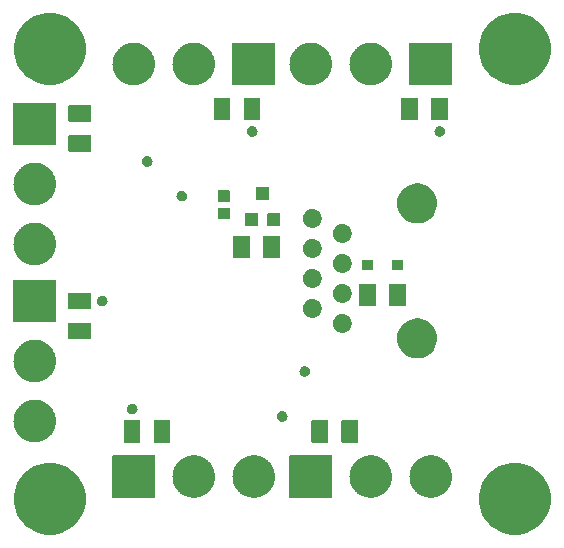
<source format=gbs>
G04 #@! TF.GenerationSoftware,KiCad,Pcbnew,7.0.9*
G04 #@! TF.CreationDate,2023-12-23T15:59:00+01:00*
G04 #@! TF.ProjectId,hub-1-wire,6875622d-312d-4776-9972-652e6b696361,v1.0*
G04 #@! TF.SameCoordinates,Original*
G04 #@! TF.FileFunction,Soldermask,Bot*
G04 #@! TF.FilePolarity,Negative*
%FSLAX46Y46*%
G04 Gerber Fmt 4.6, Leading zero omitted, Abs format (unit mm)*
G04 Created by KiCad (PCBNEW 7.0.9) date 2023-12-23 15:59:00*
%MOMM*%
%LPD*%
G01*
G04 APERTURE LIST*
G04 APERTURE END LIST*
G36*
X135977604Y-104664184D02*
G01*
X136314911Y-104721495D01*
X136643681Y-104816212D01*
X136959779Y-104947144D01*
X137259230Y-105112644D01*
X137538267Y-105310632D01*
X137793383Y-105538617D01*
X138021368Y-105793733D01*
X138219356Y-106072770D01*
X138384856Y-106372221D01*
X138515788Y-106688319D01*
X138610505Y-107017089D01*
X138667816Y-107354396D01*
X138687000Y-107696000D01*
X138667816Y-108037604D01*
X138610505Y-108374911D01*
X138515788Y-108703681D01*
X138384856Y-109019779D01*
X138219356Y-109319230D01*
X138021368Y-109598267D01*
X137793383Y-109853383D01*
X137538267Y-110081368D01*
X137259230Y-110279356D01*
X136959779Y-110444856D01*
X136643681Y-110575788D01*
X136314911Y-110670505D01*
X135977604Y-110727816D01*
X135636000Y-110747000D01*
X135294396Y-110727816D01*
X134957089Y-110670505D01*
X134628319Y-110575788D01*
X134312221Y-110444856D01*
X134012770Y-110279356D01*
X133733733Y-110081368D01*
X133478617Y-109853383D01*
X133250632Y-109598267D01*
X133052644Y-109319230D01*
X132887144Y-109019779D01*
X132756212Y-108703681D01*
X132661495Y-108374911D01*
X132604184Y-108037604D01*
X132585000Y-107696000D01*
X132604184Y-107354396D01*
X132661495Y-107017089D01*
X132756212Y-106688319D01*
X132887144Y-106372221D01*
X133052644Y-106072770D01*
X133250632Y-105793733D01*
X133478617Y-105538617D01*
X133733733Y-105310632D01*
X134012770Y-105112644D01*
X134312221Y-104947144D01*
X134628319Y-104816212D01*
X134957089Y-104721495D01*
X135294396Y-104664184D01*
X135636000Y-104645000D01*
X135977604Y-104664184D01*
G37*
G36*
X175347604Y-104664184D02*
G01*
X175684911Y-104721495D01*
X176013681Y-104816212D01*
X176329779Y-104947144D01*
X176629230Y-105112644D01*
X176908267Y-105310632D01*
X177163383Y-105538617D01*
X177391368Y-105793733D01*
X177589356Y-106072770D01*
X177754856Y-106372221D01*
X177885788Y-106688319D01*
X177980505Y-107017089D01*
X178037816Y-107354396D01*
X178057000Y-107696000D01*
X178037816Y-108037604D01*
X177980505Y-108374911D01*
X177885788Y-108703681D01*
X177754856Y-109019779D01*
X177589356Y-109319230D01*
X177391368Y-109598267D01*
X177163383Y-109853383D01*
X176908267Y-110081368D01*
X176629230Y-110279356D01*
X176329779Y-110444856D01*
X176013681Y-110575788D01*
X175684911Y-110670505D01*
X175347604Y-110727816D01*
X175006000Y-110747000D01*
X174664396Y-110727816D01*
X174327089Y-110670505D01*
X173998319Y-110575788D01*
X173682221Y-110444856D01*
X173382770Y-110279356D01*
X173103733Y-110081368D01*
X172848617Y-109853383D01*
X172620632Y-109598267D01*
X172422644Y-109319230D01*
X172257144Y-109019779D01*
X172126212Y-108703681D01*
X172031495Y-108374911D01*
X171974184Y-108037604D01*
X171955000Y-107696000D01*
X171974184Y-107354396D01*
X172031495Y-107017089D01*
X172126212Y-106688319D01*
X172257144Y-106372221D01*
X172422644Y-106072770D01*
X172620632Y-105793733D01*
X172848617Y-105538617D01*
X173103733Y-105310632D01*
X173382770Y-105112644D01*
X173682221Y-104947144D01*
X173998319Y-104816212D01*
X174327089Y-104721495D01*
X174664396Y-104664184D01*
X175006000Y-104645000D01*
X175347604Y-104664184D01*
G37*
G36*
X144517517Y-103993882D02*
G01*
X144534062Y-104004938D01*
X144545118Y-104021483D01*
X144549000Y-104041000D01*
X144549000Y-107541000D01*
X144545118Y-107560517D01*
X144534062Y-107577062D01*
X144517517Y-107588118D01*
X144498000Y-107592000D01*
X140998000Y-107592000D01*
X140978483Y-107588118D01*
X140961938Y-107577062D01*
X140950882Y-107560517D01*
X140947000Y-107541000D01*
X140947000Y-104041000D01*
X140950882Y-104021483D01*
X140961938Y-104004938D01*
X140978483Y-103993882D01*
X140998000Y-103990000D01*
X144498000Y-103990000D01*
X144517517Y-103993882D01*
G37*
G36*
X159503517Y-103993882D02*
G01*
X159520062Y-104004938D01*
X159531118Y-104021483D01*
X159535000Y-104041000D01*
X159535000Y-107541000D01*
X159531118Y-107560517D01*
X159520062Y-107577062D01*
X159503517Y-107588118D01*
X159484000Y-107592000D01*
X155984000Y-107592000D01*
X155964483Y-107588118D01*
X155947938Y-107577062D01*
X155936882Y-107560517D01*
X155933000Y-107541000D01*
X155933000Y-104041000D01*
X155936882Y-104021483D01*
X155947938Y-104004938D01*
X155964483Y-103993882D01*
X155984000Y-103990000D01*
X159484000Y-103990000D01*
X159503517Y-103993882D01*
G37*
G36*
X147893951Y-103995036D02*
G01*
X147962589Y-103995036D01*
X148024570Y-104004378D01*
X148084269Y-104008648D01*
X148155044Y-104024044D01*
X148228760Y-104035155D01*
X148282924Y-104051862D01*
X148335305Y-104063257D01*
X148409110Y-104090785D01*
X148485979Y-104114496D01*
X148531658Y-104136493D01*
X148576030Y-104153044D01*
X148650770Y-104193855D01*
X148728500Y-104231288D01*
X148765412Y-104256454D01*
X148801522Y-104276172D01*
X148874907Y-104331107D01*
X148950905Y-104382922D01*
X148979220Y-104409194D01*
X149007192Y-104430134D01*
X149076708Y-104499650D01*
X149148226Y-104566009D01*
X149168540Y-104591482D01*
X149188865Y-104611807D01*
X149251896Y-104696007D01*
X149316056Y-104776461D01*
X149329317Y-104799429D01*
X149342827Y-104817477D01*
X149396719Y-104916173D01*
X149450645Y-105009575D01*
X149458119Y-105028618D01*
X149465955Y-105042969D01*
X149508138Y-105156066D01*
X149548987Y-105260146D01*
X149552184Y-105274157D01*
X149555742Y-105283694D01*
X149583789Y-105412626D01*
X149608884Y-105522575D01*
X149609502Y-105530830D01*
X149610351Y-105534730D01*
X149621985Y-105697395D01*
X149629000Y-105791000D01*
X149621984Y-105884612D01*
X149610351Y-106047269D01*
X149609502Y-106051168D01*
X149608884Y-106059425D01*
X149583784Y-106169393D01*
X149555742Y-106298305D01*
X149552185Y-106307840D01*
X149548987Y-106321854D01*
X149508131Y-106425952D01*
X149465955Y-106539030D01*
X149458120Y-106553377D01*
X149450645Y-106572425D01*
X149396709Y-106665843D01*
X149342827Y-106764522D01*
X149329319Y-106782565D01*
X149316056Y-106805539D01*
X149251884Y-106886007D01*
X149188865Y-106970192D01*
X149168544Y-106990512D01*
X149148226Y-107015991D01*
X149076694Y-107082362D01*
X149007192Y-107151865D01*
X148979225Y-107172800D01*
X148950905Y-107199078D01*
X148874892Y-107250902D01*
X148801522Y-107305827D01*
X148765420Y-107325540D01*
X148728500Y-107350712D01*
X148650755Y-107388151D01*
X148576030Y-107428955D01*
X148531667Y-107445501D01*
X148485979Y-107467504D01*
X148409094Y-107491219D01*
X148335305Y-107518742D01*
X148282935Y-107530134D01*
X148228760Y-107546845D01*
X148155029Y-107557958D01*
X148084269Y-107573351D01*
X148024582Y-107577619D01*
X147962589Y-107586964D01*
X147893937Y-107586964D01*
X147828000Y-107591680D01*
X147762062Y-107586964D01*
X147693411Y-107586964D01*
X147631418Y-107577620D01*
X147571730Y-107573351D01*
X147500967Y-107557957D01*
X147427240Y-107546845D01*
X147373066Y-107530134D01*
X147320694Y-107518742D01*
X147246899Y-107491217D01*
X147170021Y-107467504D01*
X147124336Y-107445503D01*
X147079969Y-107428955D01*
X147005236Y-107388147D01*
X146927500Y-107350712D01*
X146890583Y-107325542D01*
X146854477Y-107305827D01*
X146781095Y-107250894D01*
X146705095Y-107199078D01*
X146676778Y-107172803D01*
X146648807Y-107151865D01*
X146579291Y-107082349D01*
X146507774Y-107015991D01*
X146487459Y-106990517D01*
X146467134Y-106970192D01*
X146404099Y-106885986D01*
X146339944Y-106805539D01*
X146326683Y-106782571D01*
X146313172Y-106764522D01*
X146259272Y-106665812D01*
X146205355Y-106572425D01*
X146197882Y-106553384D01*
X146190044Y-106539030D01*
X146147848Y-106425901D01*
X146107013Y-106321854D01*
X146103816Y-106307847D01*
X146100257Y-106298305D01*
X146072193Y-106169300D01*
X146047116Y-106059425D01*
X146046497Y-106051175D01*
X146045648Y-106047269D01*
X146033993Y-105884319D01*
X146027000Y-105791000D01*
X146033992Y-105697687D01*
X146045648Y-105534730D01*
X146046497Y-105530823D01*
X146047116Y-105522575D01*
X146072189Y-105412720D01*
X146100257Y-105283694D01*
X146103816Y-105274150D01*
X146107013Y-105260146D01*
X146147840Y-105156118D01*
X146190044Y-105042969D01*
X146197883Y-105028612D01*
X146205355Y-105009575D01*
X146259262Y-104916205D01*
X146313172Y-104817477D01*
X146326686Y-104799424D01*
X146339944Y-104776461D01*
X146404086Y-104696028D01*
X146467134Y-104611807D01*
X146487463Y-104591477D01*
X146507774Y-104566009D01*
X146579277Y-104499663D01*
X146648807Y-104430134D01*
X146676783Y-104409190D01*
X146705095Y-104382922D01*
X146781080Y-104331115D01*
X146854477Y-104276172D01*
X146890591Y-104256452D01*
X146927500Y-104231288D01*
X147005220Y-104193859D01*
X147079969Y-104153044D01*
X147124345Y-104136492D01*
X147170021Y-104114496D01*
X147246884Y-104090787D01*
X147320694Y-104063257D01*
X147373077Y-104051861D01*
X147427240Y-104035155D01*
X147500952Y-104024044D01*
X147571730Y-104008648D01*
X147631430Y-104004378D01*
X147693411Y-103995036D01*
X147762048Y-103995036D01*
X147828000Y-103990319D01*
X147893951Y-103995036D01*
G37*
G36*
X152973951Y-103995036D02*
G01*
X153042589Y-103995036D01*
X153104570Y-104004378D01*
X153164269Y-104008648D01*
X153235044Y-104024044D01*
X153308760Y-104035155D01*
X153362924Y-104051862D01*
X153415305Y-104063257D01*
X153489110Y-104090785D01*
X153565979Y-104114496D01*
X153611658Y-104136493D01*
X153656030Y-104153044D01*
X153730770Y-104193855D01*
X153808500Y-104231288D01*
X153845412Y-104256454D01*
X153881522Y-104276172D01*
X153954907Y-104331107D01*
X154030905Y-104382922D01*
X154059220Y-104409194D01*
X154087192Y-104430134D01*
X154156708Y-104499650D01*
X154228226Y-104566009D01*
X154248540Y-104591482D01*
X154268865Y-104611807D01*
X154331896Y-104696007D01*
X154396056Y-104776461D01*
X154409317Y-104799429D01*
X154422827Y-104817477D01*
X154476719Y-104916173D01*
X154530645Y-105009575D01*
X154538119Y-105028618D01*
X154545955Y-105042969D01*
X154588138Y-105156066D01*
X154628987Y-105260146D01*
X154632184Y-105274157D01*
X154635742Y-105283694D01*
X154663789Y-105412626D01*
X154688884Y-105522575D01*
X154689502Y-105530830D01*
X154690351Y-105534730D01*
X154701985Y-105697395D01*
X154709000Y-105791000D01*
X154701984Y-105884612D01*
X154690351Y-106047269D01*
X154689502Y-106051168D01*
X154688884Y-106059425D01*
X154663784Y-106169393D01*
X154635742Y-106298305D01*
X154632185Y-106307840D01*
X154628987Y-106321854D01*
X154588131Y-106425952D01*
X154545955Y-106539030D01*
X154538120Y-106553377D01*
X154530645Y-106572425D01*
X154476709Y-106665843D01*
X154422827Y-106764522D01*
X154409319Y-106782565D01*
X154396056Y-106805539D01*
X154331884Y-106886007D01*
X154268865Y-106970192D01*
X154248544Y-106990512D01*
X154228226Y-107015991D01*
X154156694Y-107082362D01*
X154087192Y-107151865D01*
X154059225Y-107172800D01*
X154030905Y-107199078D01*
X153954892Y-107250902D01*
X153881522Y-107305827D01*
X153845420Y-107325540D01*
X153808500Y-107350712D01*
X153730755Y-107388151D01*
X153656030Y-107428955D01*
X153611667Y-107445501D01*
X153565979Y-107467504D01*
X153489094Y-107491219D01*
X153415305Y-107518742D01*
X153362935Y-107530134D01*
X153308760Y-107546845D01*
X153235029Y-107557958D01*
X153164269Y-107573351D01*
X153104582Y-107577619D01*
X153042589Y-107586964D01*
X152973937Y-107586964D01*
X152908000Y-107591680D01*
X152842062Y-107586964D01*
X152773411Y-107586964D01*
X152711418Y-107577620D01*
X152651730Y-107573351D01*
X152580967Y-107557957D01*
X152507240Y-107546845D01*
X152453066Y-107530134D01*
X152400694Y-107518742D01*
X152326899Y-107491217D01*
X152250021Y-107467504D01*
X152204336Y-107445503D01*
X152159969Y-107428955D01*
X152085236Y-107388147D01*
X152007500Y-107350712D01*
X151970583Y-107325542D01*
X151934477Y-107305827D01*
X151861095Y-107250894D01*
X151785095Y-107199078D01*
X151756778Y-107172803D01*
X151728807Y-107151865D01*
X151659291Y-107082349D01*
X151587774Y-107015991D01*
X151567459Y-106990517D01*
X151547134Y-106970192D01*
X151484099Y-106885986D01*
X151419944Y-106805539D01*
X151406683Y-106782571D01*
X151393172Y-106764522D01*
X151339272Y-106665812D01*
X151285355Y-106572425D01*
X151277882Y-106553384D01*
X151270044Y-106539030D01*
X151227848Y-106425901D01*
X151187013Y-106321854D01*
X151183816Y-106307847D01*
X151180257Y-106298305D01*
X151152193Y-106169300D01*
X151127116Y-106059425D01*
X151126497Y-106051175D01*
X151125648Y-106047269D01*
X151113993Y-105884319D01*
X151107000Y-105791000D01*
X151113992Y-105697687D01*
X151125648Y-105534730D01*
X151126497Y-105530823D01*
X151127116Y-105522575D01*
X151152189Y-105412720D01*
X151180257Y-105283694D01*
X151183816Y-105274150D01*
X151187013Y-105260146D01*
X151227840Y-105156118D01*
X151270044Y-105042969D01*
X151277883Y-105028612D01*
X151285355Y-105009575D01*
X151339262Y-104916205D01*
X151393172Y-104817477D01*
X151406686Y-104799424D01*
X151419944Y-104776461D01*
X151484086Y-104696028D01*
X151547134Y-104611807D01*
X151567463Y-104591477D01*
X151587774Y-104566009D01*
X151659277Y-104499663D01*
X151728807Y-104430134D01*
X151756783Y-104409190D01*
X151785095Y-104382922D01*
X151861080Y-104331115D01*
X151934477Y-104276172D01*
X151970591Y-104256452D01*
X152007500Y-104231288D01*
X152085220Y-104193859D01*
X152159969Y-104153044D01*
X152204345Y-104136492D01*
X152250021Y-104114496D01*
X152326884Y-104090787D01*
X152400694Y-104063257D01*
X152453077Y-104051861D01*
X152507240Y-104035155D01*
X152580952Y-104024044D01*
X152651730Y-104008648D01*
X152711430Y-104004378D01*
X152773411Y-103995036D01*
X152842048Y-103995036D01*
X152908000Y-103990319D01*
X152973951Y-103995036D01*
G37*
G36*
X162879951Y-103995036D02*
G01*
X162948589Y-103995036D01*
X163010570Y-104004378D01*
X163070269Y-104008648D01*
X163141044Y-104024044D01*
X163214760Y-104035155D01*
X163268924Y-104051862D01*
X163321305Y-104063257D01*
X163395110Y-104090785D01*
X163471979Y-104114496D01*
X163517658Y-104136493D01*
X163562030Y-104153044D01*
X163636770Y-104193855D01*
X163714500Y-104231288D01*
X163751412Y-104256454D01*
X163787522Y-104276172D01*
X163860907Y-104331107D01*
X163936905Y-104382922D01*
X163965220Y-104409194D01*
X163993192Y-104430134D01*
X164062708Y-104499650D01*
X164134226Y-104566009D01*
X164154540Y-104591482D01*
X164174865Y-104611807D01*
X164237896Y-104696007D01*
X164302056Y-104776461D01*
X164315317Y-104799429D01*
X164328827Y-104817477D01*
X164382719Y-104916173D01*
X164436645Y-105009575D01*
X164444119Y-105028618D01*
X164451955Y-105042969D01*
X164494138Y-105156066D01*
X164534987Y-105260146D01*
X164538184Y-105274157D01*
X164541742Y-105283694D01*
X164569789Y-105412626D01*
X164594884Y-105522575D01*
X164595502Y-105530830D01*
X164596351Y-105534730D01*
X164607985Y-105697395D01*
X164615000Y-105791000D01*
X164607984Y-105884612D01*
X164596351Y-106047269D01*
X164595502Y-106051168D01*
X164594884Y-106059425D01*
X164569784Y-106169393D01*
X164541742Y-106298305D01*
X164538185Y-106307840D01*
X164534987Y-106321854D01*
X164494131Y-106425952D01*
X164451955Y-106539030D01*
X164444120Y-106553377D01*
X164436645Y-106572425D01*
X164382709Y-106665843D01*
X164328827Y-106764522D01*
X164315319Y-106782565D01*
X164302056Y-106805539D01*
X164237884Y-106886007D01*
X164174865Y-106970192D01*
X164154544Y-106990512D01*
X164134226Y-107015991D01*
X164062694Y-107082362D01*
X163993192Y-107151865D01*
X163965225Y-107172800D01*
X163936905Y-107199078D01*
X163860892Y-107250902D01*
X163787522Y-107305827D01*
X163751420Y-107325540D01*
X163714500Y-107350712D01*
X163636755Y-107388151D01*
X163562030Y-107428955D01*
X163517667Y-107445501D01*
X163471979Y-107467504D01*
X163395094Y-107491219D01*
X163321305Y-107518742D01*
X163268935Y-107530134D01*
X163214760Y-107546845D01*
X163141029Y-107557958D01*
X163070269Y-107573351D01*
X163010582Y-107577619D01*
X162948589Y-107586964D01*
X162879937Y-107586964D01*
X162814000Y-107591680D01*
X162748062Y-107586964D01*
X162679411Y-107586964D01*
X162617418Y-107577620D01*
X162557730Y-107573351D01*
X162486967Y-107557957D01*
X162413240Y-107546845D01*
X162359066Y-107530134D01*
X162306694Y-107518742D01*
X162232899Y-107491217D01*
X162156021Y-107467504D01*
X162110336Y-107445503D01*
X162065969Y-107428955D01*
X161991236Y-107388147D01*
X161913500Y-107350712D01*
X161876583Y-107325542D01*
X161840477Y-107305827D01*
X161767095Y-107250894D01*
X161691095Y-107199078D01*
X161662778Y-107172803D01*
X161634807Y-107151865D01*
X161565291Y-107082349D01*
X161493774Y-107015991D01*
X161473459Y-106990517D01*
X161453134Y-106970192D01*
X161390099Y-106885986D01*
X161325944Y-106805539D01*
X161312683Y-106782571D01*
X161299172Y-106764522D01*
X161245272Y-106665812D01*
X161191355Y-106572425D01*
X161183882Y-106553384D01*
X161176044Y-106539030D01*
X161133848Y-106425901D01*
X161093013Y-106321854D01*
X161089816Y-106307847D01*
X161086257Y-106298305D01*
X161058193Y-106169300D01*
X161033116Y-106059425D01*
X161032497Y-106051175D01*
X161031648Y-106047269D01*
X161019993Y-105884319D01*
X161013000Y-105791000D01*
X161019992Y-105697687D01*
X161031648Y-105534730D01*
X161032497Y-105530823D01*
X161033116Y-105522575D01*
X161058189Y-105412720D01*
X161086257Y-105283694D01*
X161089816Y-105274150D01*
X161093013Y-105260146D01*
X161133840Y-105156118D01*
X161176044Y-105042969D01*
X161183883Y-105028612D01*
X161191355Y-105009575D01*
X161245262Y-104916205D01*
X161299172Y-104817477D01*
X161312686Y-104799424D01*
X161325944Y-104776461D01*
X161390086Y-104696028D01*
X161453134Y-104611807D01*
X161473463Y-104591477D01*
X161493774Y-104566009D01*
X161565277Y-104499663D01*
X161634807Y-104430134D01*
X161662783Y-104409190D01*
X161691095Y-104382922D01*
X161767080Y-104331115D01*
X161840477Y-104276172D01*
X161876591Y-104256452D01*
X161913500Y-104231288D01*
X161991220Y-104193859D01*
X162065969Y-104153044D01*
X162110345Y-104136492D01*
X162156021Y-104114496D01*
X162232884Y-104090787D01*
X162306694Y-104063257D01*
X162359077Y-104051861D01*
X162413240Y-104035155D01*
X162486952Y-104024044D01*
X162557730Y-104008648D01*
X162617430Y-104004378D01*
X162679411Y-103995036D01*
X162748048Y-103995036D01*
X162814000Y-103990319D01*
X162879951Y-103995036D01*
G37*
G36*
X167959951Y-103995036D02*
G01*
X168028589Y-103995036D01*
X168090570Y-104004378D01*
X168150269Y-104008648D01*
X168221044Y-104024044D01*
X168294760Y-104035155D01*
X168348924Y-104051862D01*
X168401305Y-104063257D01*
X168475110Y-104090785D01*
X168551979Y-104114496D01*
X168597658Y-104136493D01*
X168642030Y-104153044D01*
X168716770Y-104193855D01*
X168794500Y-104231288D01*
X168831412Y-104256454D01*
X168867522Y-104276172D01*
X168940907Y-104331107D01*
X169016905Y-104382922D01*
X169045220Y-104409194D01*
X169073192Y-104430134D01*
X169142708Y-104499650D01*
X169214226Y-104566009D01*
X169234540Y-104591482D01*
X169254865Y-104611807D01*
X169317896Y-104696007D01*
X169382056Y-104776461D01*
X169395317Y-104799429D01*
X169408827Y-104817477D01*
X169462719Y-104916173D01*
X169516645Y-105009575D01*
X169524119Y-105028618D01*
X169531955Y-105042969D01*
X169574138Y-105156066D01*
X169614987Y-105260146D01*
X169618184Y-105274157D01*
X169621742Y-105283694D01*
X169649789Y-105412626D01*
X169674884Y-105522575D01*
X169675502Y-105530830D01*
X169676351Y-105534730D01*
X169687985Y-105697395D01*
X169695000Y-105791000D01*
X169687984Y-105884612D01*
X169676351Y-106047269D01*
X169675502Y-106051168D01*
X169674884Y-106059425D01*
X169649784Y-106169393D01*
X169621742Y-106298305D01*
X169618185Y-106307840D01*
X169614987Y-106321854D01*
X169574131Y-106425952D01*
X169531955Y-106539030D01*
X169524120Y-106553377D01*
X169516645Y-106572425D01*
X169462709Y-106665843D01*
X169408827Y-106764522D01*
X169395319Y-106782565D01*
X169382056Y-106805539D01*
X169317884Y-106886007D01*
X169254865Y-106970192D01*
X169234544Y-106990512D01*
X169214226Y-107015991D01*
X169142694Y-107082362D01*
X169073192Y-107151865D01*
X169045225Y-107172800D01*
X169016905Y-107199078D01*
X168940892Y-107250902D01*
X168867522Y-107305827D01*
X168831420Y-107325540D01*
X168794500Y-107350712D01*
X168716755Y-107388151D01*
X168642030Y-107428955D01*
X168597667Y-107445501D01*
X168551979Y-107467504D01*
X168475094Y-107491219D01*
X168401305Y-107518742D01*
X168348935Y-107530134D01*
X168294760Y-107546845D01*
X168221029Y-107557958D01*
X168150269Y-107573351D01*
X168090582Y-107577619D01*
X168028589Y-107586964D01*
X167959937Y-107586964D01*
X167894000Y-107591680D01*
X167828062Y-107586964D01*
X167759411Y-107586964D01*
X167697418Y-107577620D01*
X167637730Y-107573351D01*
X167566967Y-107557957D01*
X167493240Y-107546845D01*
X167439066Y-107530134D01*
X167386694Y-107518742D01*
X167312899Y-107491217D01*
X167236021Y-107467504D01*
X167190336Y-107445503D01*
X167145969Y-107428955D01*
X167071236Y-107388147D01*
X166993500Y-107350712D01*
X166956583Y-107325542D01*
X166920477Y-107305827D01*
X166847095Y-107250894D01*
X166771095Y-107199078D01*
X166742778Y-107172803D01*
X166714807Y-107151865D01*
X166645291Y-107082349D01*
X166573774Y-107015991D01*
X166553459Y-106990517D01*
X166533134Y-106970192D01*
X166470099Y-106885986D01*
X166405944Y-106805539D01*
X166392683Y-106782571D01*
X166379172Y-106764522D01*
X166325272Y-106665812D01*
X166271355Y-106572425D01*
X166263882Y-106553384D01*
X166256044Y-106539030D01*
X166213848Y-106425901D01*
X166173013Y-106321854D01*
X166169816Y-106307847D01*
X166166257Y-106298305D01*
X166138193Y-106169300D01*
X166113116Y-106059425D01*
X166112497Y-106051175D01*
X166111648Y-106047269D01*
X166099993Y-105884319D01*
X166093000Y-105791000D01*
X166099992Y-105697687D01*
X166111648Y-105534730D01*
X166112497Y-105530823D01*
X166113116Y-105522575D01*
X166138189Y-105412720D01*
X166166257Y-105283694D01*
X166169816Y-105274150D01*
X166173013Y-105260146D01*
X166213840Y-105156118D01*
X166256044Y-105042969D01*
X166263883Y-105028612D01*
X166271355Y-105009575D01*
X166325262Y-104916205D01*
X166379172Y-104817477D01*
X166392686Y-104799424D01*
X166405944Y-104776461D01*
X166470086Y-104696028D01*
X166533134Y-104611807D01*
X166553463Y-104591477D01*
X166573774Y-104566009D01*
X166645277Y-104499663D01*
X166714807Y-104430134D01*
X166742783Y-104409190D01*
X166771095Y-104382922D01*
X166847080Y-104331115D01*
X166920477Y-104276172D01*
X166956591Y-104256452D01*
X166993500Y-104231288D01*
X167071220Y-104193859D01*
X167145969Y-104153044D01*
X167190345Y-104136492D01*
X167236021Y-104114496D01*
X167312884Y-104090787D01*
X167386694Y-104063257D01*
X167439077Y-104051861D01*
X167493240Y-104035155D01*
X167566952Y-104024044D01*
X167637730Y-104008648D01*
X167697430Y-104004378D01*
X167759411Y-103995036D01*
X167828048Y-103995036D01*
X167894000Y-103990319D01*
X167959951Y-103995036D01*
G37*
G36*
X143290517Y-101033882D02*
G01*
X143307062Y-101044938D01*
X143318118Y-101061483D01*
X143322000Y-101081000D01*
X143322000Y-102881000D01*
X143318118Y-102900517D01*
X143307062Y-102917062D01*
X143290517Y-102928118D01*
X143271000Y-102932000D01*
X141971000Y-102932000D01*
X141951483Y-102928118D01*
X141934938Y-102917062D01*
X141923882Y-102900517D01*
X141920000Y-102881000D01*
X141920000Y-101081000D01*
X141923882Y-101061483D01*
X141934938Y-101044938D01*
X141951483Y-101033882D01*
X141971000Y-101030000D01*
X143271000Y-101030000D01*
X143290517Y-101033882D01*
G37*
G36*
X145830517Y-101033882D02*
G01*
X145847062Y-101044938D01*
X145858118Y-101061483D01*
X145862000Y-101081000D01*
X145862000Y-102881000D01*
X145858118Y-102900517D01*
X145847062Y-102917062D01*
X145830517Y-102928118D01*
X145811000Y-102932000D01*
X144511000Y-102932000D01*
X144491483Y-102928118D01*
X144474938Y-102917062D01*
X144463882Y-102900517D01*
X144460000Y-102881000D01*
X144460000Y-101081000D01*
X144463882Y-101061483D01*
X144474938Y-101044938D01*
X144491483Y-101033882D01*
X144511000Y-101030000D01*
X145811000Y-101030000D01*
X145830517Y-101033882D01*
G37*
G36*
X159165517Y-101033882D02*
G01*
X159182062Y-101044938D01*
X159193118Y-101061483D01*
X159197000Y-101081000D01*
X159197000Y-102881000D01*
X159193118Y-102900517D01*
X159182062Y-102917062D01*
X159165517Y-102928118D01*
X159146000Y-102932000D01*
X157846000Y-102932000D01*
X157826483Y-102928118D01*
X157809938Y-102917062D01*
X157798882Y-102900517D01*
X157795000Y-102881000D01*
X157795000Y-101081000D01*
X157798882Y-101061483D01*
X157809938Y-101044938D01*
X157826483Y-101033882D01*
X157846000Y-101030000D01*
X159146000Y-101030000D01*
X159165517Y-101033882D01*
G37*
G36*
X161705517Y-101033882D02*
G01*
X161722062Y-101044938D01*
X161733118Y-101061483D01*
X161737000Y-101081000D01*
X161737000Y-102881000D01*
X161733118Y-102900517D01*
X161722062Y-102917062D01*
X161705517Y-102928118D01*
X161686000Y-102932000D01*
X160386000Y-102932000D01*
X160366483Y-102928118D01*
X160349938Y-102917062D01*
X160338882Y-102900517D01*
X160335000Y-102881000D01*
X160335000Y-101081000D01*
X160338882Y-101061483D01*
X160349938Y-101044938D01*
X160366483Y-101033882D01*
X160386000Y-101030000D01*
X161686000Y-101030000D01*
X161705517Y-101033882D01*
G37*
G36*
X134431951Y-99296036D02*
G01*
X134500589Y-99296036D01*
X134562570Y-99305378D01*
X134622269Y-99309648D01*
X134693044Y-99325044D01*
X134766760Y-99336155D01*
X134820924Y-99352862D01*
X134873305Y-99364257D01*
X134947110Y-99391785D01*
X135023979Y-99415496D01*
X135069658Y-99437493D01*
X135114030Y-99454044D01*
X135188770Y-99494855D01*
X135266500Y-99532288D01*
X135303412Y-99557454D01*
X135339522Y-99577172D01*
X135412907Y-99632107D01*
X135488905Y-99683922D01*
X135517220Y-99710194D01*
X135545192Y-99731134D01*
X135614708Y-99800650D01*
X135686226Y-99867009D01*
X135706540Y-99892482D01*
X135726865Y-99912807D01*
X135789896Y-99997007D01*
X135854056Y-100077461D01*
X135867317Y-100100429D01*
X135880827Y-100118477D01*
X135934719Y-100217173D01*
X135988645Y-100310575D01*
X135996119Y-100329618D01*
X136003955Y-100343969D01*
X136046138Y-100457066D01*
X136086987Y-100561146D01*
X136090184Y-100575157D01*
X136093742Y-100584694D01*
X136121789Y-100713626D01*
X136146884Y-100823575D01*
X136147502Y-100831830D01*
X136148351Y-100835730D01*
X136159985Y-100998395D01*
X136167000Y-101092000D01*
X136159984Y-101185612D01*
X136148351Y-101348269D01*
X136147502Y-101352168D01*
X136146884Y-101360425D01*
X136121784Y-101470393D01*
X136093742Y-101599305D01*
X136090185Y-101608840D01*
X136086987Y-101622854D01*
X136046131Y-101726952D01*
X136003955Y-101840030D01*
X135996120Y-101854377D01*
X135988645Y-101873425D01*
X135934709Y-101966843D01*
X135880827Y-102065522D01*
X135867319Y-102083565D01*
X135854056Y-102106539D01*
X135789884Y-102187007D01*
X135726865Y-102271192D01*
X135706544Y-102291512D01*
X135686226Y-102316991D01*
X135614694Y-102383362D01*
X135545192Y-102452865D01*
X135517225Y-102473800D01*
X135488905Y-102500078D01*
X135412892Y-102551902D01*
X135339522Y-102606827D01*
X135303420Y-102626540D01*
X135266500Y-102651712D01*
X135188755Y-102689151D01*
X135114030Y-102729955D01*
X135069667Y-102746501D01*
X135023979Y-102768504D01*
X134947094Y-102792219D01*
X134873305Y-102819742D01*
X134820935Y-102831134D01*
X134766760Y-102847845D01*
X134693029Y-102858958D01*
X134622269Y-102874351D01*
X134562582Y-102878619D01*
X134500589Y-102887964D01*
X134431937Y-102887964D01*
X134366000Y-102892680D01*
X134300062Y-102887964D01*
X134231411Y-102887964D01*
X134169418Y-102878620D01*
X134109730Y-102874351D01*
X134038967Y-102858957D01*
X133965240Y-102847845D01*
X133911066Y-102831134D01*
X133858694Y-102819742D01*
X133784899Y-102792217D01*
X133708021Y-102768504D01*
X133662336Y-102746503D01*
X133617969Y-102729955D01*
X133543236Y-102689147D01*
X133465500Y-102651712D01*
X133428583Y-102626542D01*
X133392477Y-102606827D01*
X133319095Y-102551894D01*
X133243095Y-102500078D01*
X133214778Y-102473803D01*
X133186807Y-102452865D01*
X133117291Y-102383349D01*
X133045774Y-102316991D01*
X133025459Y-102291517D01*
X133005134Y-102271192D01*
X132942099Y-102186986D01*
X132877944Y-102106539D01*
X132864683Y-102083571D01*
X132851172Y-102065522D01*
X132797272Y-101966812D01*
X132743355Y-101873425D01*
X132735882Y-101854384D01*
X132728044Y-101840030D01*
X132685848Y-101726901D01*
X132645013Y-101622854D01*
X132641816Y-101608847D01*
X132638257Y-101599305D01*
X132610193Y-101470300D01*
X132585116Y-101360425D01*
X132584497Y-101352175D01*
X132583648Y-101348269D01*
X132571993Y-101185319D01*
X132565000Y-101092000D01*
X132571992Y-100998687D01*
X132583648Y-100835730D01*
X132584497Y-100831823D01*
X132585116Y-100823575D01*
X132610189Y-100713720D01*
X132638257Y-100584694D01*
X132641816Y-100575150D01*
X132645013Y-100561146D01*
X132685840Y-100457118D01*
X132728044Y-100343969D01*
X132735883Y-100329612D01*
X132743355Y-100310575D01*
X132797262Y-100217205D01*
X132851172Y-100118477D01*
X132864686Y-100100424D01*
X132877944Y-100077461D01*
X132942086Y-99997028D01*
X133005134Y-99912807D01*
X133025463Y-99892477D01*
X133045774Y-99867009D01*
X133117277Y-99800663D01*
X133186807Y-99731134D01*
X133214783Y-99710190D01*
X133243095Y-99683922D01*
X133319080Y-99632115D01*
X133392477Y-99577172D01*
X133428591Y-99557452D01*
X133465500Y-99532288D01*
X133543220Y-99494859D01*
X133617969Y-99454044D01*
X133662345Y-99437492D01*
X133708021Y-99415496D01*
X133784884Y-99391787D01*
X133858694Y-99364257D01*
X133911077Y-99352861D01*
X133965240Y-99336155D01*
X134038952Y-99325044D01*
X134109730Y-99309648D01*
X134169430Y-99305378D01*
X134231411Y-99296036D01*
X134300048Y-99296036D01*
X134366000Y-99291319D01*
X134431951Y-99296036D01*
G37*
G36*
X155347676Y-100264591D02*
G01*
X155385184Y-100264591D01*
X155415671Y-100273542D01*
X155437450Y-100276410D01*
X155466703Y-100288527D01*
X155508352Y-100300756D01*
X155530334Y-100314883D01*
X155545961Y-100321356D01*
X155574595Y-100343327D01*
X155616342Y-100370157D01*
X155629799Y-100385688D01*
X155639141Y-100392856D01*
X155663357Y-100424416D01*
X155700405Y-100467171D01*
X155706639Y-100480822D01*
X155710643Y-100486040D01*
X155726451Y-100524205D01*
X155753731Y-100583939D01*
X155755079Y-100593319D01*
X155755589Y-100594549D01*
X155759197Y-100621960D01*
X155772000Y-100711000D01*
X155759196Y-100800048D01*
X155755589Y-100827450D01*
X155755079Y-100828678D01*
X155753731Y-100838061D01*
X155726452Y-100897791D01*
X155710643Y-100935961D01*
X155706638Y-100941180D01*
X155700405Y-100954829D01*
X155663356Y-100997584D01*
X155639142Y-101029142D01*
X155629803Y-101036308D01*
X155616342Y-101051843D01*
X155574586Y-101078677D01*
X155545961Y-101100643D01*
X155530339Y-101107113D01*
X155508352Y-101121244D01*
X155466695Y-101133475D01*
X155437450Y-101145589D01*
X155415677Y-101148455D01*
X155385184Y-101157409D01*
X155347669Y-101157409D01*
X155321000Y-101160920D01*
X155294331Y-101157409D01*
X155256816Y-101157409D01*
X155226323Y-101148455D01*
X155204549Y-101145589D01*
X155175301Y-101133474D01*
X155133648Y-101121244D01*
X155111662Y-101107114D01*
X155096038Y-101100643D01*
X155067407Y-101078673D01*
X155025658Y-101051843D01*
X155012198Y-101036310D01*
X155002857Y-101029142D01*
X154978634Y-100997574D01*
X154941595Y-100954829D01*
X154935363Y-100941183D01*
X154931356Y-100935961D01*
X154915536Y-100897768D01*
X154888269Y-100838061D01*
X154886920Y-100828682D01*
X154886410Y-100827450D01*
X154882791Y-100799965D01*
X154870000Y-100711000D01*
X154882790Y-100622042D01*
X154886410Y-100594549D01*
X154886920Y-100593315D01*
X154888269Y-100583939D01*
X154915537Y-100524228D01*
X154931356Y-100486040D01*
X154935362Y-100480818D01*
X154941595Y-100467171D01*
X154978632Y-100424427D01*
X155002857Y-100392857D01*
X155012201Y-100385687D01*
X155025658Y-100370157D01*
X155067407Y-100343326D01*
X155096040Y-100321356D01*
X155111663Y-100314884D01*
X155133648Y-100300756D01*
X155175294Y-100288527D01*
X155204549Y-100276410D01*
X155226329Y-100273542D01*
X155256816Y-100264591D01*
X155294324Y-100264591D01*
X155321000Y-100261079D01*
X155347676Y-100264591D01*
G37*
G36*
X142647676Y-99629591D02*
G01*
X142685184Y-99629591D01*
X142715671Y-99638542D01*
X142737450Y-99641410D01*
X142766703Y-99653527D01*
X142808352Y-99665756D01*
X142830334Y-99679883D01*
X142845961Y-99686356D01*
X142874595Y-99708327D01*
X142916342Y-99735157D01*
X142929799Y-99750688D01*
X142939141Y-99757856D01*
X142963357Y-99789416D01*
X143000405Y-99832171D01*
X143006639Y-99845822D01*
X143010643Y-99851040D01*
X143026451Y-99889205D01*
X143053731Y-99948939D01*
X143055079Y-99958319D01*
X143055589Y-99959549D01*
X143059197Y-99986960D01*
X143072000Y-100076000D01*
X143059196Y-100165048D01*
X143055589Y-100192450D01*
X143055079Y-100193678D01*
X143053731Y-100203061D01*
X143026452Y-100262791D01*
X143010643Y-100300961D01*
X143006638Y-100306180D01*
X143000405Y-100319829D01*
X142963356Y-100362584D01*
X142939142Y-100394142D01*
X142929803Y-100401308D01*
X142916342Y-100416843D01*
X142874586Y-100443677D01*
X142845961Y-100465643D01*
X142830339Y-100472113D01*
X142808352Y-100486244D01*
X142766695Y-100498475D01*
X142737450Y-100510589D01*
X142715677Y-100513455D01*
X142685184Y-100522409D01*
X142647669Y-100522409D01*
X142621000Y-100525920D01*
X142594331Y-100522409D01*
X142556816Y-100522409D01*
X142526323Y-100513455D01*
X142504549Y-100510589D01*
X142475301Y-100498474D01*
X142433648Y-100486244D01*
X142411662Y-100472114D01*
X142396038Y-100465643D01*
X142367407Y-100443673D01*
X142325658Y-100416843D01*
X142312198Y-100401310D01*
X142302857Y-100394142D01*
X142278634Y-100362574D01*
X142241595Y-100319829D01*
X142235363Y-100306183D01*
X142231356Y-100300961D01*
X142215536Y-100262768D01*
X142188269Y-100203061D01*
X142186920Y-100193682D01*
X142186410Y-100192450D01*
X142182791Y-100164965D01*
X142170000Y-100076000D01*
X142182790Y-99987042D01*
X142186410Y-99959549D01*
X142186920Y-99958315D01*
X142188269Y-99948939D01*
X142215537Y-99889228D01*
X142231356Y-99851040D01*
X142235362Y-99845818D01*
X142241595Y-99832171D01*
X142278632Y-99789427D01*
X142302857Y-99757857D01*
X142312201Y-99750687D01*
X142325658Y-99735157D01*
X142367407Y-99708326D01*
X142396040Y-99686356D01*
X142411663Y-99679884D01*
X142433648Y-99665756D01*
X142475294Y-99653527D01*
X142504549Y-99641410D01*
X142526329Y-99638542D01*
X142556816Y-99629591D01*
X142594324Y-99629591D01*
X142621000Y-99626079D01*
X142647676Y-99629591D01*
G37*
G36*
X134431951Y-94216036D02*
G01*
X134500589Y-94216036D01*
X134562570Y-94225378D01*
X134622269Y-94229648D01*
X134693044Y-94245044D01*
X134766760Y-94256155D01*
X134820924Y-94272862D01*
X134873305Y-94284257D01*
X134947110Y-94311785D01*
X135023979Y-94335496D01*
X135069658Y-94357493D01*
X135114030Y-94374044D01*
X135188770Y-94414855D01*
X135266500Y-94452288D01*
X135303412Y-94477454D01*
X135339522Y-94497172D01*
X135412907Y-94552107D01*
X135488905Y-94603922D01*
X135517220Y-94630194D01*
X135545192Y-94651134D01*
X135614708Y-94720650D01*
X135686226Y-94787009D01*
X135706540Y-94812482D01*
X135726865Y-94832807D01*
X135789896Y-94917007D01*
X135854056Y-94997461D01*
X135867317Y-95020429D01*
X135880827Y-95038477D01*
X135934719Y-95137173D01*
X135988645Y-95230575D01*
X135996119Y-95249618D01*
X136003955Y-95263969D01*
X136046138Y-95377066D01*
X136086987Y-95481146D01*
X136090184Y-95495157D01*
X136093742Y-95504694D01*
X136121789Y-95633626D01*
X136146884Y-95743575D01*
X136147502Y-95751830D01*
X136148351Y-95755730D01*
X136159985Y-95918395D01*
X136167000Y-96012000D01*
X136159984Y-96105612D01*
X136148351Y-96268269D01*
X136147502Y-96272168D01*
X136146884Y-96280425D01*
X136121784Y-96390393D01*
X136093742Y-96519305D01*
X136090185Y-96528840D01*
X136086987Y-96542854D01*
X136046131Y-96646952D01*
X136003955Y-96760030D01*
X135996120Y-96774377D01*
X135988645Y-96793425D01*
X135934709Y-96886843D01*
X135880827Y-96985522D01*
X135867319Y-97003565D01*
X135854056Y-97026539D01*
X135789884Y-97107007D01*
X135726865Y-97191192D01*
X135706544Y-97211512D01*
X135686226Y-97236991D01*
X135614694Y-97303362D01*
X135545192Y-97372865D01*
X135517225Y-97393800D01*
X135488905Y-97420078D01*
X135412892Y-97471902D01*
X135339522Y-97526827D01*
X135303420Y-97546540D01*
X135266500Y-97571712D01*
X135188755Y-97609151D01*
X135114030Y-97649955D01*
X135069667Y-97666501D01*
X135023979Y-97688504D01*
X134947094Y-97712219D01*
X134873305Y-97739742D01*
X134820935Y-97751134D01*
X134766760Y-97767845D01*
X134693029Y-97778958D01*
X134622269Y-97794351D01*
X134562582Y-97798619D01*
X134500589Y-97807964D01*
X134431937Y-97807964D01*
X134366000Y-97812680D01*
X134300062Y-97807964D01*
X134231411Y-97807964D01*
X134169418Y-97798620D01*
X134109730Y-97794351D01*
X134038967Y-97778957D01*
X133965240Y-97767845D01*
X133911066Y-97751134D01*
X133858694Y-97739742D01*
X133784899Y-97712217D01*
X133708021Y-97688504D01*
X133662336Y-97666503D01*
X133617969Y-97649955D01*
X133543236Y-97609147D01*
X133465500Y-97571712D01*
X133428583Y-97546542D01*
X133392477Y-97526827D01*
X133319095Y-97471894D01*
X133243095Y-97420078D01*
X133214778Y-97393803D01*
X133186807Y-97372865D01*
X133117291Y-97303349D01*
X133045774Y-97236991D01*
X133025459Y-97211517D01*
X133005134Y-97191192D01*
X132942099Y-97106986D01*
X132877944Y-97026539D01*
X132864683Y-97003571D01*
X132851172Y-96985522D01*
X132797272Y-96886812D01*
X132743355Y-96793425D01*
X132735882Y-96774384D01*
X132728044Y-96760030D01*
X132685848Y-96646901D01*
X132645013Y-96542854D01*
X132641816Y-96528847D01*
X132638257Y-96519305D01*
X132610193Y-96390300D01*
X132585116Y-96280425D01*
X132584497Y-96272175D01*
X132583648Y-96268269D01*
X132571993Y-96105319D01*
X132565000Y-96012000D01*
X132571992Y-95918687D01*
X132583648Y-95755730D01*
X132584497Y-95751823D01*
X132585116Y-95743575D01*
X132610189Y-95633720D01*
X132638257Y-95504694D01*
X132641816Y-95495150D01*
X132645013Y-95481146D01*
X132685840Y-95377118D01*
X132728044Y-95263969D01*
X132735883Y-95249612D01*
X132743355Y-95230575D01*
X132797262Y-95137205D01*
X132851172Y-95038477D01*
X132864686Y-95020424D01*
X132877944Y-94997461D01*
X132942086Y-94917028D01*
X133005134Y-94832807D01*
X133025463Y-94812477D01*
X133045774Y-94787009D01*
X133117277Y-94720663D01*
X133186807Y-94651134D01*
X133214783Y-94630190D01*
X133243095Y-94603922D01*
X133319080Y-94552115D01*
X133392477Y-94497172D01*
X133428591Y-94477452D01*
X133465500Y-94452288D01*
X133543220Y-94414859D01*
X133617969Y-94374044D01*
X133662345Y-94357492D01*
X133708021Y-94335496D01*
X133784884Y-94311787D01*
X133858694Y-94284257D01*
X133911077Y-94272861D01*
X133965240Y-94256155D01*
X134038952Y-94245044D01*
X134109730Y-94229648D01*
X134169430Y-94225378D01*
X134231411Y-94216036D01*
X134300048Y-94216036D01*
X134366000Y-94211319D01*
X134431951Y-94216036D01*
G37*
G36*
X157252676Y-96454591D02*
G01*
X157290184Y-96454591D01*
X157320671Y-96463542D01*
X157342450Y-96466410D01*
X157371703Y-96478527D01*
X157413352Y-96490756D01*
X157435334Y-96504883D01*
X157450961Y-96511356D01*
X157479595Y-96533327D01*
X157521342Y-96560157D01*
X157534799Y-96575688D01*
X157544141Y-96582856D01*
X157568357Y-96614416D01*
X157605405Y-96657171D01*
X157611639Y-96670822D01*
X157615643Y-96676040D01*
X157631451Y-96714205D01*
X157658731Y-96773939D01*
X157660079Y-96783319D01*
X157660589Y-96784549D01*
X157664197Y-96811960D01*
X157677000Y-96901000D01*
X157664196Y-96990048D01*
X157660589Y-97017450D01*
X157660079Y-97018678D01*
X157658731Y-97028061D01*
X157631452Y-97087791D01*
X157615643Y-97125961D01*
X157611638Y-97131180D01*
X157605405Y-97144829D01*
X157568356Y-97187584D01*
X157544142Y-97219142D01*
X157534803Y-97226308D01*
X157521342Y-97241843D01*
X157479586Y-97268677D01*
X157450961Y-97290643D01*
X157435339Y-97297113D01*
X157413352Y-97311244D01*
X157371695Y-97323475D01*
X157342450Y-97335589D01*
X157320677Y-97338455D01*
X157290184Y-97347409D01*
X157252669Y-97347409D01*
X157226000Y-97350920D01*
X157199331Y-97347409D01*
X157161816Y-97347409D01*
X157131323Y-97338455D01*
X157109549Y-97335589D01*
X157080301Y-97323474D01*
X157038648Y-97311244D01*
X157016662Y-97297114D01*
X157001038Y-97290643D01*
X156972407Y-97268673D01*
X156930658Y-97241843D01*
X156917198Y-97226310D01*
X156907857Y-97219142D01*
X156883634Y-97187574D01*
X156846595Y-97144829D01*
X156840363Y-97131183D01*
X156836356Y-97125961D01*
X156820536Y-97087768D01*
X156793269Y-97028061D01*
X156791920Y-97018682D01*
X156791410Y-97017450D01*
X156787791Y-96989965D01*
X156775000Y-96901000D01*
X156787790Y-96812042D01*
X156791410Y-96784549D01*
X156791920Y-96783315D01*
X156793269Y-96773939D01*
X156820537Y-96714228D01*
X156836356Y-96676040D01*
X156840362Y-96670818D01*
X156846595Y-96657171D01*
X156883632Y-96614427D01*
X156907857Y-96582857D01*
X156917201Y-96575687D01*
X156930658Y-96560157D01*
X156972407Y-96533326D01*
X157001040Y-96511356D01*
X157016663Y-96504884D01*
X157038648Y-96490756D01*
X157080294Y-96478527D01*
X157109549Y-96466410D01*
X157131329Y-96463542D01*
X157161816Y-96454591D01*
X157199324Y-96454591D01*
X157226000Y-96451079D01*
X157252676Y-96454591D01*
G37*
G36*
X167129508Y-92449648D02*
G01*
X167372445Y-92524584D01*
X167601500Y-92634891D01*
X167811556Y-92778105D01*
X167997921Y-92951026D01*
X168156432Y-93149793D01*
X168283548Y-93369964D01*
X168376429Y-93606621D01*
X168433001Y-93854479D01*
X168452000Y-94108000D01*
X168433001Y-94361521D01*
X168376429Y-94609379D01*
X168283548Y-94846036D01*
X168156432Y-95066207D01*
X167997921Y-95264974D01*
X167811556Y-95437895D01*
X167601500Y-95581109D01*
X167372445Y-95691416D01*
X167129508Y-95766352D01*
X166878116Y-95804244D01*
X166623884Y-95804244D01*
X166372492Y-95766352D01*
X166129555Y-95691416D01*
X165900500Y-95581109D01*
X165690444Y-95437895D01*
X165504079Y-95264974D01*
X165345568Y-95066207D01*
X165218452Y-94846036D01*
X165125571Y-94609379D01*
X165068999Y-94361521D01*
X165050000Y-94108000D01*
X165068999Y-93854479D01*
X165125571Y-93606621D01*
X165218452Y-93369964D01*
X165345568Y-93149793D01*
X165504079Y-92951026D01*
X165690444Y-92778105D01*
X165900500Y-92634891D01*
X166129555Y-92524584D01*
X166372492Y-92449648D01*
X166623884Y-92411756D01*
X166878116Y-92411756D01*
X167129508Y-92449648D01*
G37*
G36*
X139095517Y-92774882D02*
G01*
X139112062Y-92785938D01*
X139123118Y-92802483D01*
X139127000Y-92822000D01*
X139127000Y-94122000D01*
X139123118Y-94141517D01*
X139112062Y-94158062D01*
X139095517Y-94169118D01*
X139076000Y-94173000D01*
X137276000Y-94173000D01*
X137256483Y-94169118D01*
X137239938Y-94158062D01*
X137228882Y-94141517D01*
X137225000Y-94122000D01*
X137225000Y-92822000D01*
X137228882Y-92802483D01*
X137239938Y-92785938D01*
X137256483Y-92774882D01*
X137276000Y-92771000D01*
X139076000Y-92771000D01*
X139095517Y-92774882D01*
G37*
G36*
X160446023Y-92040073D02*
G01*
X160484657Y-92040073D01*
X160528240Y-92049336D01*
X160579239Y-92055083D01*
X160616321Y-92068058D01*
X160648306Y-92074857D01*
X160694401Y-92095379D01*
X160748541Y-92114324D01*
X160776719Y-92132029D01*
X160801157Y-92142910D01*
X160846720Y-92176014D01*
X160900415Y-92209753D01*
X160919700Y-92229038D01*
X160936512Y-92241253D01*
X160978076Y-92287414D01*
X161027247Y-92336585D01*
X161038555Y-92354582D01*
X161048467Y-92365590D01*
X161082376Y-92424322D01*
X161122676Y-92488459D01*
X161127707Y-92502838D01*
X161132120Y-92510481D01*
X161154718Y-92580030D01*
X161181917Y-92657761D01*
X161182948Y-92666913D01*
X161183823Y-92669606D01*
X161191750Y-92745038D01*
X161202000Y-92836000D01*
X161191750Y-92926969D01*
X161183823Y-93002393D01*
X161182948Y-93005084D01*
X161181917Y-93014239D01*
X161154713Y-93091982D01*
X161132120Y-93161518D01*
X161127708Y-93169159D01*
X161122676Y-93183541D01*
X161082369Y-93247688D01*
X161048467Y-93306409D01*
X161038557Y-93317414D01*
X161027247Y-93335415D01*
X160978067Y-93384594D01*
X160936512Y-93430746D01*
X160919704Y-93442957D01*
X160900415Y-93462247D01*
X160846710Y-93495992D01*
X160801157Y-93529089D01*
X160776725Y-93539966D01*
X160748541Y-93557676D01*
X160694391Y-93576623D01*
X160648306Y-93597142D01*
X160616327Y-93603939D01*
X160579239Y-93616917D01*
X160528237Y-93622663D01*
X160484657Y-93631927D01*
X160446023Y-93631927D01*
X160401000Y-93637000D01*
X160355977Y-93631927D01*
X160317343Y-93631927D01*
X160273761Y-93622663D01*
X160222761Y-93616917D01*
X160185674Y-93603939D01*
X160153693Y-93597142D01*
X160107603Y-93576622D01*
X160053459Y-93557676D01*
X160025277Y-93539968D01*
X160000842Y-93529089D01*
X159955282Y-93495987D01*
X159901585Y-93462247D01*
X159882298Y-93442960D01*
X159865487Y-93430746D01*
X159823922Y-93384584D01*
X159774753Y-93335415D01*
X159763444Y-93317418D01*
X159753532Y-93306409D01*
X159719618Y-93247668D01*
X159679324Y-93183541D01*
X159674293Y-93169163D01*
X159669879Y-93161518D01*
X159647272Y-93091942D01*
X159620083Y-93014239D01*
X159619052Y-93005089D01*
X159618176Y-93002393D01*
X159610235Y-92926837D01*
X159600000Y-92836000D01*
X159610234Y-92745170D01*
X159618176Y-92669606D01*
X159619052Y-92666909D01*
X159620083Y-92657761D01*
X159647267Y-92580070D01*
X159669879Y-92510481D01*
X159674293Y-92502834D01*
X159679324Y-92488459D01*
X159719611Y-92424342D01*
X159753532Y-92365590D01*
X159763446Y-92354578D01*
X159774753Y-92336585D01*
X159823913Y-92287424D01*
X159865487Y-92241253D01*
X159882301Y-92229036D01*
X159901585Y-92209753D01*
X159955278Y-92176015D01*
X160000846Y-92142908D01*
X160025284Y-92132027D01*
X160053459Y-92114324D01*
X160107587Y-92095383D01*
X160153689Y-92074858D01*
X160185679Y-92068058D01*
X160222761Y-92055083D01*
X160273759Y-92049336D01*
X160317343Y-92040073D01*
X160355977Y-92040073D01*
X160401000Y-92035000D01*
X160446023Y-92040073D01*
G37*
G36*
X136135517Y-89134882D02*
G01*
X136152062Y-89145938D01*
X136163118Y-89162483D01*
X136167000Y-89182000D01*
X136167000Y-92682000D01*
X136163118Y-92701517D01*
X136152062Y-92718062D01*
X136135517Y-92729118D01*
X136116000Y-92733000D01*
X132616000Y-92733000D01*
X132596483Y-92729118D01*
X132579938Y-92718062D01*
X132568882Y-92701517D01*
X132565000Y-92682000D01*
X132565000Y-89182000D01*
X132568882Y-89162483D01*
X132579938Y-89145938D01*
X132596483Y-89134882D01*
X132616000Y-89131000D01*
X136116000Y-89131000D01*
X136135517Y-89134882D01*
G37*
G36*
X157906023Y-90770073D02*
G01*
X157944657Y-90770073D01*
X157988240Y-90779336D01*
X158039239Y-90785083D01*
X158076321Y-90798058D01*
X158108306Y-90804857D01*
X158154401Y-90825379D01*
X158208541Y-90844324D01*
X158236719Y-90862029D01*
X158261157Y-90872910D01*
X158306720Y-90906014D01*
X158360415Y-90939753D01*
X158379700Y-90959038D01*
X158396512Y-90971253D01*
X158438076Y-91017414D01*
X158487247Y-91066585D01*
X158498555Y-91084582D01*
X158508467Y-91095590D01*
X158542376Y-91154322D01*
X158582676Y-91218459D01*
X158587707Y-91232838D01*
X158592120Y-91240481D01*
X158614718Y-91310030D01*
X158641917Y-91387761D01*
X158642948Y-91396913D01*
X158643823Y-91399606D01*
X158651750Y-91475038D01*
X158662000Y-91566000D01*
X158651750Y-91656969D01*
X158643823Y-91732393D01*
X158642948Y-91735084D01*
X158641917Y-91744239D01*
X158614713Y-91821982D01*
X158592120Y-91891518D01*
X158587708Y-91899159D01*
X158582676Y-91913541D01*
X158542369Y-91977688D01*
X158508467Y-92036409D01*
X158498557Y-92047414D01*
X158487247Y-92065415D01*
X158438067Y-92114594D01*
X158396512Y-92160746D01*
X158379704Y-92172957D01*
X158360415Y-92192247D01*
X158306710Y-92225992D01*
X158261157Y-92259089D01*
X158236725Y-92269966D01*
X158208541Y-92287676D01*
X158154391Y-92306623D01*
X158108306Y-92327142D01*
X158076327Y-92333939D01*
X158039239Y-92346917D01*
X157988237Y-92352663D01*
X157944657Y-92361927D01*
X157906023Y-92361927D01*
X157861000Y-92367000D01*
X157815977Y-92361927D01*
X157777343Y-92361927D01*
X157733761Y-92352663D01*
X157682761Y-92346917D01*
X157645674Y-92333939D01*
X157613693Y-92327142D01*
X157567603Y-92306622D01*
X157513459Y-92287676D01*
X157485277Y-92269968D01*
X157460842Y-92259089D01*
X157415282Y-92225987D01*
X157361585Y-92192247D01*
X157342298Y-92172960D01*
X157325487Y-92160746D01*
X157283922Y-92114584D01*
X157234753Y-92065415D01*
X157223444Y-92047418D01*
X157213532Y-92036409D01*
X157179618Y-91977668D01*
X157139324Y-91913541D01*
X157134293Y-91899163D01*
X157129879Y-91891518D01*
X157107272Y-91821942D01*
X157080083Y-91744239D01*
X157079052Y-91735089D01*
X157078176Y-91732393D01*
X157070235Y-91656837D01*
X157060000Y-91566000D01*
X157070234Y-91475170D01*
X157078176Y-91399606D01*
X157079052Y-91396909D01*
X157080083Y-91387761D01*
X157107267Y-91310070D01*
X157129879Y-91240481D01*
X157134293Y-91232834D01*
X157139324Y-91218459D01*
X157179611Y-91154342D01*
X157213532Y-91095590D01*
X157223446Y-91084578D01*
X157234753Y-91066585D01*
X157283913Y-91017424D01*
X157325487Y-90971253D01*
X157342301Y-90959036D01*
X157361585Y-90939753D01*
X157415278Y-90906015D01*
X157460846Y-90872908D01*
X157485284Y-90862027D01*
X157513459Y-90844324D01*
X157567587Y-90825383D01*
X157613689Y-90804858D01*
X157645679Y-90798058D01*
X157682761Y-90785083D01*
X157733759Y-90779336D01*
X157777343Y-90770073D01*
X157815977Y-90770073D01*
X157861000Y-90765000D01*
X157906023Y-90770073D01*
G37*
G36*
X139095517Y-90234882D02*
G01*
X139112062Y-90245938D01*
X139123118Y-90262483D01*
X139127000Y-90282000D01*
X139127000Y-91582000D01*
X139123118Y-91601517D01*
X139112062Y-91618062D01*
X139095517Y-91629118D01*
X139076000Y-91633000D01*
X137276000Y-91633000D01*
X137256483Y-91629118D01*
X137239938Y-91618062D01*
X137228882Y-91601517D01*
X137225000Y-91582000D01*
X137225000Y-90282000D01*
X137228882Y-90262483D01*
X137239938Y-90245938D01*
X137256483Y-90234882D01*
X137276000Y-90231000D01*
X139076000Y-90231000D01*
X139095517Y-90234882D01*
G37*
G36*
X140107676Y-90485591D02*
G01*
X140145184Y-90485591D01*
X140175671Y-90494542D01*
X140197450Y-90497410D01*
X140226703Y-90509527D01*
X140268352Y-90521756D01*
X140290334Y-90535883D01*
X140305961Y-90542356D01*
X140334595Y-90564327D01*
X140376342Y-90591157D01*
X140389799Y-90606688D01*
X140399141Y-90613856D01*
X140423357Y-90645416D01*
X140460405Y-90688171D01*
X140466639Y-90701822D01*
X140470643Y-90707040D01*
X140486451Y-90745205D01*
X140513731Y-90804939D01*
X140515079Y-90814319D01*
X140515589Y-90815549D01*
X140519197Y-90842960D01*
X140532000Y-90932000D01*
X140519196Y-91021048D01*
X140515589Y-91048450D01*
X140515079Y-91049678D01*
X140513731Y-91059061D01*
X140486452Y-91118791D01*
X140470643Y-91156961D01*
X140466638Y-91162180D01*
X140460405Y-91175829D01*
X140423356Y-91218584D01*
X140399142Y-91250142D01*
X140389803Y-91257308D01*
X140376342Y-91272843D01*
X140334586Y-91299677D01*
X140305961Y-91321643D01*
X140290339Y-91328113D01*
X140268352Y-91342244D01*
X140226695Y-91354475D01*
X140197450Y-91366589D01*
X140175677Y-91369455D01*
X140145184Y-91378409D01*
X140107669Y-91378409D01*
X140081000Y-91381920D01*
X140054331Y-91378409D01*
X140016816Y-91378409D01*
X139986323Y-91369455D01*
X139964549Y-91366589D01*
X139935301Y-91354474D01*
X139893648Y-91342244D01*
X139871662Y-91328114D01*
X139856038Y-91321643D01*
X139827407Y-91299673D01*
X139785658Y-91272843D01*
X139772198Y-91257310D01*
X139762857Y-91250142D01*
X139738634Y-91218574D01*
X139701595Y-91175829D01*
X139695363Y-91162183D01*
X139691356Y-91156961D01*
X139675536Y-91118768D01*
X139648269Y-91059061D01*
X139646920Y-91049682D01*
X139646410Y-91048450D01*
X139642791Y-91020965D01*
X139630000Y-90932000D01*
X139642790Y-90843042D01*
X139646410Y-90815549D01*
X139646920Y-90814315D01*
X139648269Y-90804939D01*
X139675537Y-90745228D01*
X139691356Y-90707040D01*
X139695362Y-90701818D01*
X139701595Y-90688171D01*
X139738632Y-90645427D01*
X139762857Y-90613857D01*
X139772201Y-90606687D01*
X139785658Y-90591157D01*
X139827407Y-90564326D01*
X139856040Y-90542356D01*
X139871663Y-90535884D01*
X139893648Y-90521756D01*
X139935294Y-90509527D01*
X139964549Y-90497410D01*
X139986329Y-90494542D01*
X140016816Y-90485591D01*
X140054324Y-90485591D01*
X140081000Y-90482079D01*
X140107676Y-90485591D01*
G37*
G36*
X163229517Y-89476882D02*
G01*
X163246062Y-89487938D01*
X163257118Y-89504483D01*
X163261000Y-89524000D01*
X163261000Y-91324000D01*
X163257118Y-91343517D01*
X163246062Y-91360062D01*
X163229517Y-91371118D01*
X163210000Y-91375000D01*
X161910000Y-91375000D01*
X161890483Y-91371118D01*
X161873938Y-91360062D01*
X161862882Y-91343517D01*
X161859000Y-91324000D01*
X161859000Y-89524000D01*
X161862882Y-89504483D01*
X161873938Y-89487938D01*
X161890483Y-89476882D01*
X161910000Y-89473000D01*
X163210000Y-89473000D01*
X163229517Y-89476882D01*
G37*
G36*
X165769517Y-89476882D02*
G01*
X165786062Y-89487938D01*
X165797118Y-89504483D01*
X165801000Y-89524000D01*
X165801000Y-91324000D01*
X165797118Y-91343517D01*
X165786062Y-91360062D01*
X165769517Y-91371118D01*
X165750000Y-91375000D01*
X164450000Y-91375000D01*
X164430483Y-91371118D01*
X164413938Y-91360062D01*
X164402882Y-91343517D01*
X164399000Y-91324000D01*
X164399000Y-89524000D01*
X164402882Y-89504483D01*
X164413938Y-89487938D01*
X164430483Y-89476882D01*
X164450000Y-89473000D01*
X165750000Y-89473000D01*
X165769517Y-89476882D01*
G37*
G36*
X160446023Y-89500073D02*
G01*
X160484657Y-89500073D01*
X160528240Y-89509336D01*
X160579239Y-89515083D01*
X160616321Y-89528058D01*
X160648306Y-89534857D01*
X160694401Y-89555379D01*
X160748541Y-89574324D01*
X160776719Y-89592029D01*
X160801157Y-89602910D01*
X160846720Y-89636014D01*
X160900415Y-89669753D01*
X160919700Y-89689038D01*
X160936512Y-89701253D01*
X160978076Y-89747414D01*
X161027247Y-89796585D01*
X161038555Y-89814582D01*
X161048467Y-89825590D01*
X161082376Y-89884322D01*
X161122676Y-89948459D01*
X161127707Y-89962838D01*
X161132120Y-89970481D01*
X161154718Y-90040030D01*
X161181917Y-90117761D01*
X161182948Y-90126913D01*
X161183823Y-90129606D01*
X161191750Y-90205038D01*
X161202000Y-90296000D01*
X161191750Y-90386969D01*
X161183823Y-90462393D01*
X161182948Y-90465084D01*
X161181917Y-90474239D01*
X161154713Y-90551982D01*
X161132120Y-90621518D01*
X161127708Y-90629159D01*
X161122676Y-90643541D01*
X161082369Y-90707688D01*
X161048467Y-90766409D01*
X161038557Y-90777414D01*
X161027247Y-90795415D01*
X160978067Y-90844594D01*
X160936512Y-90890746D01*
X160919704Y-90902957D01*
X160900415Y-90922247D01*
X160846710Y-90955992D01*
X160801157Y-90989089D01*
X160776725Y-90999966D01*
X160748541Y-91017676D01*
X160694391Y-91036623D01*
X160648306Y-91057142D01*
X160616327Y-91063939D01*
X160579239Y-91076917D01*
X160528237Y-91082663D01*
X160484657Y-91091927D01*
X160446023Y-91091927D01*
X160401000Y-91097000D01*
X160355977Y-91091927D01*
X160317343Y-91091927D01*
X160273761Y-91082663D01*
X160222761Y-91076917D01*
X160185674Y-91063939D01*
X160153693Y-91057142D01*
X160107603Y-91036622D01*
X160053459Y-91017676D01*
X160025277Y-90999968D01*
X160000842Y-90989089D01*
X159955282Y-90955987D01*
X159901585Y-90922247D01*
X159882298Y-90902960D01*
X159865487Y-90890746D01*
X159823922Y-90844584D01*
X159774753Y-90795415D01*
X159763444Y-90777418D01*
X159753532Y-90766409D01*
X159719618Y-90707668D01*
X159679324Y-90643541D01*
X159674293Y-90629163D01*
X159669879Y-90621518D01*
X159647272Y-90551942D01*
X159620083Y-90474239D01*
X159619052Y-90465089D01*
X159618176Y-90462393D01*
X159610235Y-90386837D01*
X159600000Y-90296000D01*
X159610234Y-90205170D01*
X159618176Y-90129606D01*
X159619052Y-90126909D01*
X159620083Y-90117761D01*
X159647267Y-90040070D01*
X159669879Y-89970481D01*
X159674293Y-89962834D01*
X159679324Y-89948459D01*
X159719611Y-89884342D01*
X159753532Y-89825590D01*
X159763446Y-89814578D01*
X159774753Y-89796585D01*
X159823913Y-89747424D01*
X159865487Y-89701253D01*
X159882301Y-89689036D01*
X159901585Y-89669753D01*
X159955278Y-89636015D01*
X160000846Y-89602908D01*
X160025284Y-89592027D01*
X160053459Y-89574324D01*
X160107587Y-89555383D01*
X160153689Y-89534858D01*
X160185679Y-89528058D01*
X160222761Y-89515083D01*
X160273759Y-89509336D01*
X160317343Y-89500073D01*
X160355977Y-89500073D01*
X160401000Y-89495000D01*
X160446023Y-89500073D01*
G37*
G36*
X157906023Y-88230073D02*
G01*
X157944657Y-88230073D01*
X157988240Y-88239336D01*
X158039239Y-88245083D01*
X158076321Y-88258058D01*
X158108306Y-88264857D01*
X158154401Y-88285379D01*
X158208541Y-88304324D01*
X158236719Y-88322029D01*
X158261157Y-88332910D01*
X158306720Y-88366014D01*
X158360415Y-88399753D01*
X158379700Y-88419038D01*
X158396512Y-88431253D01*
X158438076Y-88477414D01*
X158487247Y-88526585D01*
X158498555Y-88544582D01*
X158508467Y-88555590D01*
X158542376Y-88614322D01*
X158582676Y-88678459D01*
X158587707Y-88692838D01*
X158592120Y-88700481D01*
X158614718Y-88770030D01*
X158641917Y-88847761D01*
X158642948Y-88856913D01*
X158643823Y-88859606D01*
X158651750Y-88935038D01*
X158662000Y-89026000D01*
X158651750Y-89116969D01*
X158643823Y-89192393D01*
X158642948Y-89195084D01*
X158641917Y-89204239D01*
X158614713Y-89281982D01*
X158592120Y-89351518D01*
X158587708Y-89359159D01*
X158582676Y-89373541D01*
X158542369Y-89437688D01*
X158508467Y-89496409D01*
X158498557Y-89507414D01*
X158487247Y-89525415D01*
X158438067Y-89574594D01*
X158396512Y-89620746D01*
X158379704Y-89632957D01*
X158360415Y-89652247D01*
X158306710Y-89685992D01*
X158261157Y-89719089D01*
X158236725Y-89729966D01*
X158208541Y-89747676D01*
X158154391Y-89766623D01*
X158108306Y-89787142D01*
X158076327Y-89793939D01*
X158039239Y-89806917D01*
X157988237Y-89812663D01*
X157944657Y-89821927D01*
X157906023Y-89821927D01*
X157861000Y-89827000D01*
X157815977Y-89821927D01*
X157777343Y-89821927D01*
X157733761Y-89812663D01*
X157682761Y-89806917D01*
X157645674Y-89793939D01*
X157613693Y-89787142D01*
X157567603Y-89766622D01*
X157513459Y-89747676D01*
X157485277Y-89729968D01*
X157460842Y-89719089D01*
X157415282Y-89685987D01*
X157361585Y-89652247D01*
X157342298Y-89632960D01*
X157325487Y-89620746D01*
X157283922Y-89574584D01*
X157234753Y-89525415D01*
X157223444Y-89507418D01*
X157213532Y-89496409D01*
X157179618Y-89437668D01*
X157139324Y-89373541D01*
X157134293Y-89359163D01*
X157129879Y-89351518D01*
X157107272Y-89281942D01*
X157080083Y-89204239D01*
X157079052Y-89195089D01*
X157078176Y-89192393D01*
X157070235Y-89116837D01*
X157060000Y-89026000D01*
X157070234Y-88935170D01*
X157078176Y-88859606D01*
X157079052Y-88856909D01*
X157080083Y-88847761D01*
X157107267Y-88770070D01*
X157129879Y-88700481D01*
X157134293Y-88692834D01*
X157139324Y-88678459D01*
X157179611Y-88614342D01*
X157213532Y-88555590D01*
X157223446Y-88544578D01*
X157234753Y-88526585D01*
X157283913Y-88477424D01*
X157325487Y-88431253D01*
X157342301Y-88419036D01*
X157361585Y-88399753D01*
X157415278Y-88366015D01*
X157460846Y-88332908D01*
X157485284Y-88322027D01*
X157513459Y-88304324D01*
X157567587Y-88285383D01*
X157613689Y-88264858D01*
X157645679Y-88258058D01*
X157682761Y-88245083D01*
X157733759Y-88239336D01*
X157777343Y-88230073D01*
X157815977Y-88230073D01*
X157861000Y-88225000D01*
X157906023Y-88230073D01*
G37*
G36*
X160446023Y-86960073D02*
G01*
X160484657Y-86960073D01*
X160528240Y-86969336D01*
X160579239Y-86975083D01*
X160616321Y-86988058D01*
X160648306Y-86994857D01*
X160694401Y-87015379D01*
X160748541Y-87034324D01*
X160776719Y-87052029D01*
X160801157Y-87062910D01*
X160846720Y-87096014D01*
X160900415Y-87129753D01*
X160919700Y-87149038D01*
X160936512Y-87161253D01*
X160978076Y-87207414D01*
X161027247Y-87256585D01*
X161038555Y-87274582D01*
X161048467Y-87285590D01*
X161082376Y-87344322D01*
X161122676Y-87408459D01*
X161127707Y-87422838D01*
X161132120Y-87430481D01*
X161154718Y-87500030D01*
X161181917Y-87577761D01*
X161182948Y-87586913D01*
X161183823Y-87589606D01*
X161191750Y-87665038D01*
X161202000Y-87756000D01*
X161191750Y-87846969D01*
X161183823Y-87922393D01*
X161182948Y-87925084D01*
X161181917Y-87934239D01*
X161154713Y-88011982D01*
X161132120Y-88081518D01*
X161127708Y-88089159D01*
X161122676Y-88103541D01*
X161082369Y-88167688D01*
X161048467Y-88226409D01*
X161038557Y-88237414D01*
X161027247Y-88255415D01*
X160978067Y-88304594D01*
X160936512Y-88350746D01*
X160919704Y-88362957D01*
X160900415Y-88382247D01*
X160846710Y-88415992D01*
X160801157Y-88449089D01*
X160776725Y-88459966D01*
X160748541Y-88477676D01*
X160694391Y-88496623D01*
X160648306Y-88517142D01*
X160616327Y-88523939D01*
X160579239Y-88536917D01*
X160528237Y-88542663D01*
X160484657Y-88551927D01*
X160446023Y-88551927D01*
X160401000Y-88557000D01*
X160355977Y-88551927D01*
X160317343Y-88551927D01*
X160273761Y-88542663D01*
X160222761Y-88536917D01*
X160185674Y-88523939D01*
X160153693Y-88517142D01*
X160107603Y-88496622D01*
X160053459Y-88477676D01*
X160025277Y-88459968D01*
X160000842Y-88449089D01*
X159955282Y-88415987D01*
X159901585Y-88382247D01*
X159882298Y-88362960D01*
X159865487Y-88350746D01*
X159823922Y-88304584D01*
X159774753Y-88255415D01*
X159763444Y-88237418D01*
X159753532Y-88226409D01*
X159719618Y-88167668D01*
X159679324Y-88103541D01*
X159674293Y-88089163D01*
X159669879Y-88081518D01*
X159647272Y-88011942D01*
X159620083Y-87934239D01*
X159619052Y-87925089D01*
X159618176Y-87922393D01*
X159610235Y-87846837D01*
X159600000Y-87756000D01*
X159610234Y-87665170D01*
X159618176Y-87589606D01*
X159619052Y-87586909D01*
X159620083Y-87577761D01*
X159647267Y-87500070D01*
X159669879Y-87430481D01*
X159674293Y-87422834D01*
X159679324Y-87408459D01*
X159719611Y-87344342D01*
X159753532Y-87285590D01*
X159763446Y-87274578D01*
X159774753Y-87256585D01*
X159823913Y-87207424D01*
X159865487Y-87161253D01*
X159882301Y-87149036D01*
X159901585Y-87129753D01*
X159955278Y-87096015D01*
X160000846Y-87062908D01*
X160025284Y-87052027D01*
X160053459Y-87034324D01*
X160107587Y-87015383D01*
X160153689Y-86994858D01*
X160185679Y-86988058D01*
X160222761Y-86975083D01*
X160273759Y-86969336D01*
X160317343Y-86960073D01*
X160355977Y-86960073D01*
X160401000Y-86955000D01*
X160446023Y-86960073D01*
G37*
G36*
X162979517Y-87436882D02*
G01*
X162996062Y-87447938D01*
X163007118Y-87464483D01*
X163011000Y-87484000D01*
X163011000Y-88284000D01*
X163007118Y-88303517D01*
X162996062Y-88320062D01*
X162979517Y-88331118D01*
X162960000Y-88335000D01*
X162160000Y-88335000D01*
X162140483Y-88331118D01*
X162123938Y-88320062D01*
X162112882Y-88303517D01*
X162109000Y-88284000D01*
X162109000Y-87484000D01*
X162112882Y-87464483D01*
X162123938Y-87447938D01*
X162140483Y-87436882D01*
X162160000Y-87433000D01*
X162960000Y-87433000D01*
X162979517Y-87436882D01*
G37*
G36*
X165519517Y-87436882D02*
G01*
X165536062Y-87447938D01*
X165547118Y-87464483D01*
X165551000Y-87484000D01*
X165551000Y-88284000D01*
X165547118Y-88303517D01*
X165536062Y-88320062D01*
X165519517Y-88331118D01*
X165500000Y-88335000D01*
X164700000Y-88335000D01*
X164680483Y-88331118D01*
X164663938Y-88320062D01*
X164652882Y-88303517D01*
X164649000Y-88284000D01*
X164649000Y-87484000D01*
X164652882Y-87464483D01*
X164663938Y-87447938D01*
X164680483Y-87436882D01*
X164700000Y-87433000D01*
X165500000Y-87433000D01*
X165519517Y-87436882D01*
G37*
G36*
X134431951Y-84310036D02*
G01*
X134500589Y-84310036D01*
X134562570Y-84319378D01*
X134622269Y-84323648D01*
X134693044Y-84339044D01*
X134766760Y-84350155D01*
X134820924Y-84366862D01*
X134873305Y-84378257D01*
X134947110Y-84405785D01*
X135023979Y-84429496D01*
X135069658Y-84451493D01*
X135114030Y-84468044D01*
X135188770Y-84508855D01*
X135266500Y-84546288D01*
X135303412Y-84571454D01*
X135339522Y-84591172D01*
X135412907Y-84646107D01*
X135488905Y-84697922D01*
X135517220Y-84724194D01*
X135545192Y-84745134D01*
X135614708Y-84814650D01*
X135686226Y-84881009D01*
X135706540Y-84906482D01*
X135726865Y-84926807D01*
X135789896Y-85011007D01*
X135854056Y-85091461D01*
X135867317Y-85114429D01*
X135880827Y-85132477D01*
X135934719Y-85231173D01*
X135988645Y-85324575D01*
X135996119Y-85343618D01*
X136003955Y-85357969D01*
X136046138Y-85471066D01*
X136086987Y-85575146D01*
X136090184Y-85589157D01*
X136093742Y-85598694D01*
X136121789Y-85727626D01*
X136146884Y-85837575D01*
X136147502Y-85845830D01*
X136148351Y-85849730D01*
X136159985Y-86012395D01*
X136167000Y-86106000D01*
X136159984Y-86199612D01*
X136148351Y-86362269D01*
X136147502Y-86366168D01*
X136146884Y-86374425D01*
X136121784Y-86484393D01*
X136093742Y-86613305D01*
X136090185Y-86622840D01*
X136086987Y-86636854D01*
X136046131Y-86740952D01*
X136003955Y-86854030D01*
X135996120Y-86868377D01*
X135988645Y-86887425D01*
X135934709Y-86980843D01*
X135880827Y-87079522D01*
X135867319Y-87097565D01*
X135854056Y-87120539D01*
X135789884Y-87201007D01*
X135726865Y-87285192D01*
X135706544Y-87305512D01*
X135686226Y-87330991D01*
X135614694Y-87397362D01*
X135545192Y-87466865D01*
X135517225Y-87487800D01*
X135488905Y-87514078D01*
X135412892Y-87565902D01*
X135339522Y-87620827D01*
X135303420Y-87640540D01*
X135266500Y-87665712D01*
X135188755Y-87703151D01*
X135114030Y-87743955D01*
X135069667Y-87760501D01*
X135023979Y-87782504D01*
X134947094Y-87806219D01*
X134873305Y-87833742D01*
X134820935Y-87845134D01*
X134766760Y-87861845D01*
X134693029Y-87872958D01*
X134622269Y-87888351D01*
X134562582Y-87892619D01*
X134500589Y-87901964D01*
X134431937Y-87901964D01*
X134366000Y-87906680D01*
X134300062Y-87901964D01*
X134231411Y-87901964D01*
X134169418Y-87892620D01*
X134109730Y-87888351D01*
X134038967Y-87872957D01*
X133965240Y-87861845D01*
X133911066Y-87845134D01*
X133858694Y-87833742D01*
X133784899Y-87806217D01*
X133708021Y-87782504D01*
X133662336Y-87760503D01*
X133617969Y-87743955D01*
X133543236Y-87703147D01*
X133465500Y-87665712D01*
X133428583Y-87640542D01*
X133392477Y-87620827D01*
X133319095Y-87565894D01*
X133243095Y-87514078D01*
X133214778Y-87487803D01*
X133186807Y-87466865D01*
X133117291Y-87397349D01*
X133045774Y-87330991D01*
X133025459Y-87305517D01*
X133005134Y-87285192D01*
X132942099Y-87200986D01*
X132877944Y-87120539D01*
X132864683Y-87097571D01*
X132851172Y-87079522D01*
X132797272Y-86980812D01*
X132743355Y-86887425D01*
X132735882Y-86868384D01*
X132728044Y-86854030D01*
X132685848Y-86740901D01*
X132645013Y-86636854D01*
X132641816Y-86622847D01*
X132638257Y-86613305D01*
X132610193Y-86484300D01*
X132585116Y-86374425D01*
X132584497Y-86366175D01*
X132583648Y-86362269D01*
X132571993Y-86199319D01*
X132565000Y-86106000D01*
X132571992Y-86012687D01*
X132583648Y-85849730D01*
X132584497Y-85845823D01*
X132585116Y-85837575D01*
X132610189Y-85727720D01*
X132638257Y-85598694D01*
X132641816Y-85589150D01*
X132645013Y-85575146D01*
X132685840Y-85471118D01*
X132728044Y-85357969D01*
X132735883Y-85343612D01*
X132743355Y-85324575D01*
X132797262Y-85231205D01*
X132851172Y-85132477D01*
X132864686Y-85114424D01*
X132877944Y-85091461D01*
X132942086Y-85011028D01*
X133005134Y-84926807D01*
X133025463Y-84906477D01*
X133045774Y-84881009D01*
X133117277Y-84814663D01*
X133186807Y-84745134D01*
X133214783Y-84724190D01*
X133243095Y-84697922D01*
X133319080Y-84646115D01*
X133392477Y-84591172D01*
X133428591Y-84571452D01*
X133465500Y-84546288D01*
X133543220Y-84508859D01*
X133617969Y-84468044D01*
X133662345Y-84451492D01*
X133708021Y-84429496D01*
X133784884Y-84405787D01*
X133858694Y-84378257D01*
X133911077Y-84366861D01*
X133965240Y-84350155D01*
X134038952Y-84339044D01*
X134109730Y-84323648D01*
X134169430Y-84319378D01*
X134231411Y-84310036D01*
X134300048Y-84310036D01*
X134366000Y-84305319D01*
X134431951Y-84310036D01*
G37*
G36*
X152561517Y-85412882D02*
G01*
X152578062Y-85423938D01*
X152589118Y-85440483D01*
X152593000Y-85460000D01*
X152593000Y-87260000D01*
X152589118Y-87279517D01*
X152578062Y-87296062D01*
X152561517Y-87307118D01*
X152542000Y-87311000D01*
X151242000Y-87311000D01*
X151222483Y-87307118D01*
X151205938Y-87296062D01*
X151194882Y-87279517D01*
X151191000Y-87260000D01*
X151191000Y-85460000D01*
X151194882Y-85440483D01*
X151205938Y-85423938D01*
X151222483Y-85412882D01*
X151242000Y-85409000D01*
X152542000Y-85409000D01*
X152561517Y-85412882D01*
G37*
G36*
X155101517Y-85412882D02*
G01*
X155118062Y-85423938D01*
X155129118Y-85440483D01*
X155133000Y-85460000D01*
X155133000Y-87260000D01*
X155129118Y-87279517D01*
X155118062Y-87296062D01*
X155101517Y-87307118D01*
X155082000Y-87311000D01*
X153782000Y-87311000D01*
X153762483Y-87307118D01*
X153745938Y-87296062D01*
X153734882Y-87279517D01*
X153731000Y-87260000D01*
X153731000Y-85460000D01*
X153734882Y-85440483D01*
X153745938Y-85423938D01*
X153762483Y-85412882D01*
X153782000Y-85409000D01*
X155082000Y-85409000D01*
X155101517Y-85412882D01*
G37*
G36*
X157906023Y-85690073D02*
G01*
X157944657Y-85690073D01*
X157988240Y-85699336D01*
X158039239Y-85705083D01*
X158076321Y-85718058D01*
X158108306Y-85724857D01*
X158154401Y-85745379D01*
X158208541Y-85764324D01*
X158236719Y-85782029D01*
X158261157Y-85792910D01*
X158306720Y-85826014D01*
X158360415Y-85859753D01*
X158379700Y-85879038D01*
X158396512Y-85891253D01*
X158438076Y-85937414D01*
X158487247Y-85986585D01*
X158498555Y-86004582D01*
X158508467Y-86015590D01*
X158542376Y-86074322D01*
X158582676Y-86138459D01*
X158587707Y-86152838D01*
X158592120Y-86160481D01*
X158614718Y-86230030D01*
X158641917Y-86307761D01*
X158642948Y-86316913D01*
X158643823Y-86319606D01*
X158651750Y-86395038D01*
X158662000Y-86486000D01*
X158651750Y-86576969D01*
X158643823Y-86652393D01*
X158642948Y-86655084D01*
X158641917Y-86664239D01*
X158614713Y-86741982D01*
X158592120Y-86811518D01*
X158587708Y-86819159D01*
X158582676Y-86833541D01*
X158542369Y-86897688D01*
X158508467Y-86956409D01*
X158498557Y-86967414D01*
X158487247Y-86985415D01*
X158438067Y-87034594D01*
X158396512Y-87080746D01*
X158379704Y-87092957D01*
X158360415Y-87112247D01*
X158306710Y-87145992D01*
X158261157Y-87179089D01*
X158236725Y-87189966D01*
X158208541Y-87207676D01*
X158154391Y-87226623D01*
X158108306Y-87247142D01*
X158076327Y-87253939D01*
X158039239Y-87266917D01*
X157988237Y-87272663D01*
X157944657Y-87281927D01*
X157906023Y-87281927D01*
X157861000Y-87287000D01*
X157815977Y-87281927D01*
X157777343Y-87281927D01*
X157733761Y-87272663D01*
X157682761Y-87266917D01*
X157645674Y-87253939D01*
X157613693Y-87247142D01*
X157567603Y-87226622D01*
X157513459Y-87207676D01*
X157485277Y-87189968D01*
X157460842Y-87179089D01*
X157415282Y-87145987D01*
X157361585Y-87112247D01*
X157342298Y-87092960D01*
X157325487Y-87080746D01*
X157283922Y-87034584D01*
X157234753Y-86985415D01*
X157223444Y-86967418D01*
X157213532Y-86956409D01*
X157179618Y-86897668D01*
X157139324Y-86833541D01*
X157134293Y-86819163D01*
X157129879Y-86811518D01*
X157107272Y-86741942D01*
X157080083Y-86664239D01*
X157079052Y-86655089D01*
X157078176Y-86652393D01*
X157070235Y-86576837D01*
X157060000Y-86486000D01*
X157070234Y-86395170D01*
X157078176Y-86319606D01*
X157079052Y-86316909D01*
X157080083Y-86307761D01*
X157107267Y-86230070D01*
X157129879Y-86160481D01*
X157134293Y-86152834D01*
X157139324Y-86138459D01*
X157179611Y-86074342D01*
X157213532Y-86015590D01*
X157223446Y-86004578D01*
X157234753Y-85986585D01*
X157283913Y-85937424D01*
X157325487Y-85891253D01*
X157342301Y-85879036D01*
X157361585Y-85859753D01*
X157415278Y-85826015D01*
X157460846Y-85792908D01*
X157485284Y-85782027D01*
X157513459Y-85764324D01*
X157567587Y-85745383D01*
X157613689Y-85724858D01*
X157645679Y-85718058D01*
X157682761Y-85705083D01*
X157733759Y-85699336D01*
X157777343Y-85690073D01*
X157815977Y-85690073D01*
X157861000Y-85685000D01*
X157906023Y-85690073D01*
G37*
G36*
X160446023Y-84420073D02*
G01*
X160484657Y-84420073D01*
X160528240Y-84429336D01*
X160579239Y-84435083D01*
X160616321Y-84448058D01*
X160648306Y-84454857D01*
X160694401Y-84475379D01*
X160748541Y-84494324D01*
X160776719Y-84512029D01*
X160801157Y-84522910D01*
X160846720Y-84556014D01*
X160900415Y-84589753D01*
X160919700Y-84609038D01*
X160936512Y-84621253D01*
X160978076Y-84667414D01*
X161027247Y-84716585D01*
X161038555Y-84734582D01*
X161048467Y-84745590D01*
X161082376Y-84804322D01*
X161122676Y-84868459D01*
X161127707Y-84882838D01*
X161132120Y-84890481D01*
X161154718Y-84960030D01*
X161181917Y-85037761D01*
X161182948Y-85046913D01*
X161183823Y-85049606D01*
X161191750Y-85125038D01*
X161202000Y-85216000D01*
X161191750Y-85306969D01*
X161183823Y-85382393D01*
X161182948Y-85385084D01*
X161181917Y-85394239D01*
X161154713Y-85471982D01*
X161132120Y-85541518D01*
X161127708Y-85549159D01*
X161122676Y-85563541D01*
X161082369Y-85627688D01*
X161048467Y-85686409D01*
X161038557Y-85697414D01*
X161027247Y-85715415D01*
X160978067Y-85764594D01*
X160936512Y-85810746D01*
X160919704Y-85822957D01*
X160900415Y-85842247D01*
X160846710Y-85875992D01*
X160801157Y-85909089D01*
X160776725Y-85919966D01*
X160748541Y-85937676D01*
X160694391Y-85956623D01*
X160648306Y-85977142D01*
X160616327Y-85983939D01*
X160579239Y-85996917D01*
X160528237Y-86002663D01*
X160484657Y-86011927D01*
X160446023Y-86011927D01*
X160401000Y-86017000D01*
X160355977Y-86011927D01*
X160317343Y-86011927D01*
X160273761Y-86002663D01*
X160222761Y-85996917D01*
X160185674Y-85983939D01*
X160153693Y-85977142D01*
X160107603Y-85956622D01*
X160053459Y-85937676D01*
X160025277Y-85919968D01*
X160000842Y-85909089D01*
X159955282Y-85875987D01*
X159901585Y-85842247D01*
X159882298Y-85822960D01*
X159865487Y-85810746D01*
X159823922Y-85764584D01*
X159774753Y-85715415D01*
X159763444Y-85697418D01*
X159753532Y-85686409D01*
X159719618Y-85627668D01*
X159679324Y-85563541D01*
X159674293Y-85549163D01*
X159669879Y-85541518D01*
X159647272Y-85471942D01*
X159620083Y-85394239D01*
X159619052Y-85385089D01*
X159618176Y-85382393D01*
X159610235Y-85306837D01*
X159600000Y-85216000D01*
X159610234Y-85125170D01*
X159618176Y-85049606D01*
X159619052Y-85046909D01*
X159620083Y-85037761D01*
X159647267Y-84960070D01*
X159669879Y-84890481D01*
X159674293Y-84882834D01*
X159679324Y-84868459D01*
X159719611Y-84804342D01*
X159753532Y-84745590D01*
X159763446Y-84734578D01*
X159774753Y-84716585D01*
X159823913Y-84667424D01*
X159865487Y-84621253D01*
X159882301Y-84609036D01*
X159901585Y-84589753D01*
X159955278Y-84556015D01*
X160000846Y-84522908D01*
X160025284Y-84512027D01*
X160053459Y-84494324D01*
X160107587Y-84475383D01*
X160153689Y-84454858D01*
X160185679Y-84448058D01*
X160222761Y-84435083D01*
X160273759Y-84429336D01*
X160317343Y-84420073D01*
X160355977Y-84420073D01*
X160401000Y-84415000D01*
X160446023Y-84420073D01*
G37*
G36*
X157906023Y-83150073D02*
G01*
X157944657Y-83150073D01*
X157988240Y-83159336D01*
X158039239Y-83165083D01*
X158076321Y-83178058D01*
X158108306Y-83184857D01*
X158154401Y-83205379D01*
X158208541Y-83224324D01*
X158236719Y-83242029D01*
X158261157Y-83252910D01*
X158306720Y-83286014D01*
X158360415Y-83319753D01*
X158379700Y-83339038D01*
X158396512Y-83351253D01*
X158438076Y-83397414D01*
X158487247Y-83446585D01*
X158498555Y-83464582D01*
X158508467Y-83475590D01*
X158542376Y-83534322D01*
X158582676Y-83598459D01*
X158587707Y-83612838D01*
X158592120Y-83620481D01*
X158614718Y-83690030D01*
X158641917Y-83767761D01*
X158642948Y-83776913D01*
X158643823Y-83779606D01*
X158651750Y-83855038D01*
X158662000Y-83946000D01*
X158651750Y-84036969D01*
X158643823Y-84112393D01*
X158642948Y-84115084D01*
X158641917Y-84124239D01*
X158614713Y-84201982D01*
X158592120Y-84271518D01*
X158587708Y-84279159D01*
X158582676Y-84293541D01*
X158542369Y-84357688D01*
X158508467Y-84416409D01*
X158498557Y-84427414D01*
X158487247Y-84445415D01*
X158438067Y-84494594D01*
X158396512Y-84540746D01*
X158379704Y-84552957D01*
X158360415Y-84572247D01*
X158306710Y-84605992D01*
X158261157Y-84639089D01*
X158236725Y-84649966D01*
X158208541Y-84667676D01*
X158154391Y-84686623D01*
X158108306Y-84707142D01*
X158076327Y-84713939D01*
X158039239Y-84726917D01*
X157988237Y-84732663D01*
X157944657Y-84741927D01*
X157906023Y-84741927D01*
X157861000Y-84747000D01*
X157815977Y-84741927D01*
X157777343Y-84741927D01*
X157733761Y-84732663D01*
X157682761Y-84726917D01*
X157645674Y-84713939D01*
X157613693Y-84707142D01*
X157567603Y-84686622D01*
X157513459Y-84667676D01*
X157485277Y-84649968D01*
X157460842Y-84639089D01*
X157415282Y-84605987D01*
X157361585Y-84572247D01*
X157342298Y-84552960D01*
X157325487Y-84540746D01*
X157283922Y-84494584D01*
X157234753Y-84445415D01*
X157223444Y-84427418D01*
X157213532Y-84416409D01*
X157179618Y-84357668D01*
X157139324Y-84293541D01*
X157134293Y-84279163D01*
X157129879Y-84271518D01*
X157107272Y-84201942D01*
X157080083Y-84124239D01*
X157079052Y-84115089D01*
X157078176Y-84112393D01*
X157070235Y-84036837D01*
X157060000Y-83946000D01*
X157070234Y-83855170D01*
X157078176Y-83779606D01*
X157079052Y-83776909D01*
X157080083Y-83767761D01*
X157107267Y-83690070D01*
X157129879Y-83620481D01*
X157134293Y-83612834D01*
X157139324Y-83598459D01*
X157179611Y-83534342D01*
X157213532Y-83475590D01*
X157223446Y-83464578D01*
X157234753Y-83446585D01*
X157283913Y-83397424D01*
X157325487Y-83351253D01*
X157342301Y-83339036D01*
X157361585Y-83319753D01*
X157415278Y-83286015D01*
X157460846Y-83252908D01*
X157485284Y-83242027D01*
X157513459Y-83224324D01*
X157567587Y-83205383D01*
X157613689Y-83184858D01*
X157645679Y-83178058D01*
X157682761Y-83165083D01*
X157733759Y-83159336D01*
X157777343Y-83150073D01*
X157815977Y-83150073D01*
X157861000Y-83145000D01*
X157906023Y-83150073D01*
G37*
G36*
X153239517Y-83510882D02*
G01*
X153256062Y-83521938D01*
X153267118Y-83538483D01*
X153271000Y-83558000D01*
X153271000Y-84558000D01*
X153267118Y-84577517D01*
X153256062Y-84594062D01*
X153239517Y-84605118D01*
X153220000Y-84609000D01*
X152220000Y-84609000D01*
X152200483Y-84605118D01*
X152183938Y-84594062D01*
X152172882Y-84577517D01*
X152169000Y-84558000D01*
X152169000Y-83558000D01*
X152172882Y-83538483D01*
X152183938Y-83521938D01*
X152200483Y-83510882D01*
X152220000Y-83507000D01*
X153220000Y-83507000D01*
X153239517Y-83510882D01*
G37*
G36*
X155139517Y-83510882D02*
G01*
X155156062Y-83521938D01*
X155167118Y-83538483D01*
X155171000Y-83558000D01*
X155171000Y-84558000D01*
X155167118Y-84577517D01*
X155156062Y-84594062D01*
X155139517Y-84605118D01*
X155120000Y-84609000D01*
X154120000Y-84609000D01*
X154100483Y-84605118D01*
X154083938Y-84594062D01*
X154072882Y-84577517D01*
X154069000Y-84558000D01*
X154069000Y-83558000D01*
X154072882Y-83538483D01*
X154083938Y-83521938D01*
X154100483Y-83510882D01*
X154120000Y-83507000D01*
X155120000Y-83507000D01*
X155139517Y-83510882D01*
G37*
G36*
X167129508Y-81017648D02*
G01*
X167372445Y-81092584D01*
X167601500Y-81202891D01*
X167811556Y-81346105D01*
X167997921Y-81519026D01*
X168156432Y-81717793D01*
X168283548Y-81937964D01*
X168376429Y-82174621D01*
X168433001Y-82422479D01*
X168452000Y-82676000D01*
X168433001Y-82929521D01*
X168376429Y-83177379D01*
X168283548Y-83414036D01*
X168156432Y-83634207D01*
X167997921Y-83832974D01*
X167811556Y-84005895D01*
X167601500Y-84149109D01*
X167372445Y-84259416D01*
X167129508Y-84334352D01*
X166878116Y-84372244D01*
X166623884Y-84372244D01*
X166372492Y-84334352D01*
X166129555Y-84259416D01*
X165900500Y-84149109D01*
X165690444Y-84005895D01*
X165504079Y-83832974D01*
X165345568Y-83634207D01*
X165218452Y-83414036D01*
X165125571Y-83177379D01*
X165068999Y-82929521D01*
X165050000Y-82676000D01*
X165068999Y-82422479D01*
X165125571Y-82174621D01*
X165218452Y-81937964D01*
X165345568Y-81717793D01*
X165504079Y-81519026D01*
X165690444Y-81346105D01*
X165900500Y-81202891D01*
X166129555Y-81092584D01*
X166372492Y-81017648D01*
X166623884Y-80979756D01*
X166878116Y-80979756D01*
X167129508Y-81017648D01*
G37*
G36*
X150837517Y-83031882D02*
G01*
X150854062Y-83042938D01*
X150865118Y-83059483D01*
X150869000Y-83079000D01*
X150869000Y-83979000D01*
X150865118Y-83998517D01*
X150854062Y-84015062D01*
X150837517Y-84026118D01*
X150818000Y-84030000D01*
X149918000Y-84030000D01*
X149898483Y-84026118D01*
X149881938Y-84015062D01*
X149870882Y-83998517D01*
X149867000Y-83979000D01*
X149867000Y-83079000D01*
X149870882Y-83059483D01*
X149881938Y-83042938D01*
X149898483Y-83031882D01*
X149918000Y-83028000D01*
X150818000Y-83028000D01*
X150837517Y-83031882D01*
G37*
G36*
X134431951Y-79230036D02*
G01*
X134500589Y-79230036D01*
X134562570Y-79239378D01*
X134622269Y-79243648D01*
X134693044Y-79259044D01*
X134766760Y-79270155D01*
X134820924Y-79286862D01*
X134873305Y-79298257D01*
X134947110Y-79325785D01*
X135023979Y-79349496D01*
X135069658Y-79371493D01*
X135114030Y-79388044D01*
X135188770Y-79428855D01*
X135266500Y-79466288D01*
X135303412Y-79491454D01*
X135339522Y-79511172D01*
X135412907Y-79566107D01*
X135488905Y-79617922D01*
X135517220Y-79644194D01*
X135545192Y-79665134D01*
X135614708Y-79734650D01*
X135686226Y-79801009D01*
X135706540Y-79826482D01*
X135726865Y-79846807D01*
X135789896Y-79931007D01*
X135854056Y-80011461D01*
X135867317Y-80034429D01*
X135880827Y-80052477D01*
X135934719Y-80151173D01*
X135988645Y-80244575D01*
X135996119Y-80263618D01*
X136003955Y-80277969D01*
X136046138Y-80391066D01*
X136086987Y-80495146D01*
X136090184Y-80509157D01*
X136093742Y-80518694D01*
X136121789Y-80647626D01*
X136146884Y-80757575D01*
X136147502Y-80765830D01*
X136148351Y-80769730D01*
X136159985Y-80932395D01*
X136167000Y-81026000D01*
X136159984Y-81119612D01*
X136148351Y-81282269D01*
X136147502Y-81286168D01*
X136146884Y-81294425D01*
X136121784Y-81404393D01*
X136093742Y-81533305D01*
X136090185Y-81542840D01*
X136086987Y-81556854D01*
X136046131Y-81660952D01*
X136003955Y-81774030D01*
X135996120Y-81788377D01*
X135988645Y-81807425D01*
X135934709Y-81900843D01*
X135880827Y-81999522D01*
X135867319Y-82017565D01*
X135854056Y-82040539D01*
X135789884Y-82121007D01*
X135726865Y-82205192D01*
X135706544Y-82225512D01*
X135686226Y-82250991D01*
X135614694Y-82317362D01*
X135545192Y-82386865D01*
X135517225Y-82407800D01*
X135488905Y-82434078D01*
X135412892Y-82485902D01*
X135339522Y-82540827D01*
X135303420Y-82560540D01*
X135266500Y-82585712D01*
X135188755Y-82623151D01*
X135114030Y-82663955D01*
X135069667Y-82680501D01*
X135023979Y-82702504D01*
X134947094Y-82726219D01*
X134873305Y-82753742D01*
X134820935Y-82765134D01*
X134766760Y-82781845D01*
X134693029Y-82792958D01*
X134622269Y-82808351D01*
X134562582Y-82812619D01*
X134500589Y-82821964D01*
X134431937Y-82821964D01*
X134366000Y-82826680D01*
X134300062Y-82821964D01*
X134231411Y-82821964D01*
X134169418Y-82812620D01*
X134109730Y-82808351D01*
X134038967Y-82792957D01*
X133965240Y-82781845D01*
X133911066Y-82765134D01*
X133858694Y-82753742D01*
X133784899Y-82726217D01*
X133708021Y-82702504D01*
X133662336Y-82680503D01*
X133617969Y-82663955D01*
X133543236Y-82623147D01*
X133465500Y-82585712D01*
X133428583Y-82560542D01*
X133392477Y-82540827D01*
X133319095Y-82485894D01*
X133243095Y-82434078D01*
X133214778Y-82407803D01*
X133186807Y-82386865D01*
X133117291Y-82317349D01*
X133045774Y-82250991D01*
X133025459Y-82225517D01*
X133005134Y-82205192D01*
X132942099Y-82120986D01*
X132877944Y-82040539D01*
X132864683Y-82017571D01*
X132851172Y-81999522D01*
X132797272Y-81900812D01*
X132743355Y-81807425D01*
X132735882Y-81788384D01*
X132728044Y-81774030D01*
X132685848Y-81660901D01*
X132645013Y-81556854D01*
X132641816Y-81542847D01*
X132638257Y-81533305D01*
X132610193Y-81404300D01*
X132585116Y-81294425D01*
X132584497Y-81286175D01*
X132583648Y-81282269D01*
X132571993Y-81119319D01*
X132565000Y-81026000D01*
X132571992Y-80932687D01*
X132583648Y-80769730D01*
X132584497Y-80765823D01*
X132585116Y-80757575D01*
X132610189Y-80647720D01*
X132638257Y-80518694D01*
X132641816Y-80509150D01*
X132645013Y-80495146D01*
X132685840Y-80391118D01*
X132728044Y-80277969D01*
X132735883Y-80263612D01*
X132743355Y-80244575D01*
X132797262Y-80151205D01*
X132851172Y-80052477D01*
X132864686Y-80034424D01*
X132877944Y-80011461D01*
X132942086Y-79931028D01*
X133005134Y-79846807D01*
X133025463Y-79826477D01*
X133045774Y-79801009D01*
X133117277Y-79734663D01*
X133186807Y-79665134D01*
X133214783Y-79644190D01*
X133243095Y-79617922D01*
X133319080Y-79566115D01*
X133392477Y-79511172D01*
X133428591Y-79491452D01*
X133465500Y-79466288D01*
X133543220Y-79428859D01*
X133617969Y-79388044D01*
X133662345Y-79371492D01*
X133708021Y-79349496D01*
X133784884Y-79325787D01*
X133858694Y-79298257D01*
X133911077Y-79286861D01*
X133965240Y-79270155D01*
X134038952Y-79259044D01*
X134109730Y-79243648D01*
X134169430Y-79239378D01*
X134231411Y-79230036D01*
X134300048Y-79230036D01*
X134366000Y-79225319D01*
X134431951Y-79230036D01*
G37*
G36*
X150837517Y-81581882D02*
G01*
X150854062Y-81592938D01*
X150865118Y-81609483D01*
X150869000Y-81629000D01*
X150869000Y-82529000D01*
X150865118Y-82548517D01*
X150854062Y-82565062D01*
X150837517Y-82576118D01*
X150818000Y-82580000D01*
X149918000Y-82580000D01*
X149898483Y-82576118D01*
X149881938Y-82565062D01*
X149870882Y-82548517D01*
X149867000Y-82529000D01*
X149867000Y-81629000D01*
X149870882Y-81609483D01*
X149881938Y-81592938D01*
X149898483Y-81581882D01*
X149918000Y-81578000D01*
X150818000Y-81578000D01*
X150837517Y-81581882D01*
G37*
G36*
X146838676Y-81595591D02*
G01*
X146876184Y-81595591D01*
X146906671Y-81604542D01*
X146928450Y-81607410D01*
X146957703Y-81619527D01*
X146999352Y-81631756D01*
X147021334Y-81645883D01*
X147036961Y-81652356D01*
X147065595Y-81674327D01*
X147107342Y-81701157D01*
X147120799Y-81716688D01*
X147130141Y-81723856D01*
X147154357Y-81755416D01*
X147191405Y-81798171D01*
X147197639Y-81811822D01*
X147201643Y-81817040D01*
X147217451Y-81855205D01*
X147244731Y-81914939D01*
X147246079Y-81924319D01*
X147246589Y-81925549D01*
X147250197Y-81952960D01*
X147263000Y-82042000D01*
X147250196Y-82131048D01*
X147246589Y-82158450D01*
X147246079Y-82159678D01*
X147244731Y-82169061D01*
X147217452Y-82228791D01*
X147201643Y-82266961D01*
X147197638Y-82272180D01*
X147191405Y-82285829D01*
X147154356Y-82328584D01*
X147130142Y-82360142D01*
X147120803Y-82367308D01*
X147107342Y-82382843D01*
X147065586Y-82409677D01*
X147036961Y-82431643D01*
X147021339Y-82438113D01*
X146999352Y-82452244D01*
X146957695Y-82464475D01*
X146928450Y-82476589D01*
X146906677Y-82479455D01*
X146876184Y-82488409D01*
X146838669Y-82488409D01*
X146812000Y-82491920D01*
X146785331Y-82488409D01*
X146747816Y-82488409D01*
X146717323Y-82479455D01*
X146695549Y-82476589D01*
X146666301Y-82464474D01*
X146624648Y-82452244D01*
X146602662Y-82438114D01*
X146587038Y-82431643D01*
X146558407Y-82409673D01*
X146516658Y-82382843D01*
X146503198Y-82367310D01*
X146493857Y-82360142D01*
X146469634Y-82328574D01*
X146432595Y-82285829D01*
X146426363Y-82272183D01*
X146422356Y-82266961D01*
X146406536Y-82228768D01*
X146379269Y-82169061D01*
X146377920Y-82159682D01*
X146377410Y-82158450D01*
X146373791Y-82130965D01*
X146361000Y-82042000D01*
X146373790Y-81953042D01*
X146377410Y-81925549D01*
X146377920Y-81924315D01*
X146379269Y-81914939D01*
X146406537Y-81855228D01*
X146422356Y-81817040D01*
X146426362Y-81811818D01*
X146432595Y-81798171D01*
X146469632Y-81755427D01*
X146493857Y-81723857D01*
X146503201Y-81716687D01*
X146516658Y-81701157D01*
X146558407Y-81674326D01*
X146587040Y-81652356D01*
X146602663Y-81645884D01*
X146624648Y-81631756D01*
X146666294Y-81619527D01*
X146695549Y-81607410D01*
X146717329Y-81604542D01*
X146747816Y-81595591D01*
X146785324Y-81595591D01*
X146812000Y-81592079D01*
X146838676Y-81595591D01*
G37*
G36*
X154189517Y-81310882D02*
G01*
X154206062Y-81321938D01*
X154217118Y-81338483D01*
X154221000Y-81358000D01*
X154221000Y-82358000D01*
X154217118Y-82377517D01*
X154206062Y-82394062D01*
X154189517Y-82405118D01*
X154170000Y-82409000D01*
X153170000Y-82409000D01*
X153150483Y-82405118D01*
X153133938Y-82394062D01*
X153122882Y-82377517D01*
X153119000Y-82358000D01*
X153119000Y-81358000D01*
X153122882Y-81338483D01*
X153133938Y-81321938D01*
X153150483Y-81310882D01*
X153170000Y-81307000D01*
X154170000Y-81307000D01*
X154189517Y-81310882D01*
G37*
G36*
X143917676Y-78674591D02*
G01*
X143955184Y-78674591D01*
X143985671Y-78683542D01*
X144007450Y-78686410D01*
X144036703Y-78698527D01*
X144078352Y-78710756D01*
X144100334Y-78724883D01*
X144115961Y-78731356D01*
X144144595Y-78753327D01*
X144186342Y-78780157D01*
X144199799Y-78795688D01*
X144209141Y-78802856D01*
X144233357Y-78834416D01*
X144270405Y-78877171D01*
X144276639Y-78890822D01*
X144280643Y-78896040D01*
X144296451Y-78934205D01*
X144323731Y-78993939D01*
X144325079Y-79003319D01*
X144325589Y-79004549D01*
X144329197Y-79031960D01*
X144342000Y-79121000D01*
X144329196Y-79210048D01*
X144325589Y-79237450D01*
X144325079Y-79238678D01*
X144323731Y-79248061D01*
X144296452Y-79307791D01*
X144280643Y-79345961D01*
X144276638Y-79351180D01*
X144270405Y-79364829D01*
X144233356Y-79407584D01*
X144209142Y-79439142D01*
X144199803Y-79446308D01*
X144186342Y-79461843D01*
X144144586Y-79488677D01*
X144115961Y-79510643D01*
X144100339Y-79517113D01*
X144078352Y-79531244D01*
X144036695Y-79543475D01*
X144007450Y-79555589D01*
X143985677Y-79558455D01*
X143955184Y-79567409D01*
X143917669Y-79567409D01*
X143891000Y-79570920D01*
X143864331Y-79567409D01*
X143826816Y-79567409D01*
X143796323Y-79558455D01*
X143774549Y-79555589D01*
X143745301Y-79543474D01*
X143703648Y-79531244D01*
X143681662Y-79517114D01*
X143666038Y-79510643D01*
X143637407Y-79488673D01*
X143595658Y-79461843D01*
X143582198Y-79446310D01*
X143572857Y-79439142D01*
X143548634Y-79407574D01*
X143511595Y-79364829D01*
X143505363Y-79351183D01*
X143501356Y-79345961D01*
X143485536Y-79307768D01*
X143458269Y-79248061D01*
X143456920Y-79238682D01*
X143456410Y-79237450D01*
X143452791Y-79209965D01*
X143440000Y-79121000D01*
X143452790Y-79032042D01*
X143456410Y-79004549D01*
X143456920Y-79003315D01*
X143458269Y-78993939D01*
X143485537Y-78934228D01*
X143501356Y-78896040D01*
X143505362Y-78890818D01*
X143511595Y-78877171D01*
X143548632Y-78834427D01*
X143572857Y-78802857D01*
X143582201Y-78795687D01*
X143595658Y-78780157D01*
X143637407Y-78753326D01*
X143666040Y-78731356D01*
X143681663Y-78724884D01*
X143703648Y-78710756D01*
X143745294Y-78698527D01*
X143774549Y-78686410D01*
X143796329Y-78683542D01*
X143826816Y-78674591D01*
X143864324Y-78674591D01*
X143891000Y-78671079D01*
X143917676Y-78674591D01*
G37*
G36*
X139095517Y-76899882D02*
G01*
X139112062Y-76910938D01*
X139123118Y-76927483D01*
X139127000Y-76947000D01*
X139127000Y-78247000D01*
X139123118Y-78266517D01*
X139112062Y-78283062D01*
X139095517Y-78294118D01*
X139076000Y-78298000D01*
X137276000Y-78298000D01*
X137256483Y-78294118D01*
X137239938Y-78283062D01*
X137228882Y-78266517D01*
X137225000Y-78247000D01*
X137225000Y-76947000D01*
X137228882Y-76927483D01*
X137239938Y-76910938D01*
X137256483Y-76899882D01*
X137276000Y-76896000D01*
X139076000Y-76896000D01*
X139095517Y-76899882D01*
G37*
G36*
X136135517Y-74148882D02*
G01*
X136152062Y-74159938D01*
X136163118Y-74176483D01*
X136167000Y-74196000D01*
X136167000Y-77696000D01*
X136163118Y-77715517D01*
X136152062Y-77732062D01*
X136135517Y-77743118D01*
X136116000Y-77747000D01*
X132616000Y-77747000D01*
X132596483Y-77743118D01*
X132579938Y-77732062D01*
X132568882Y-77715517D01*
X132565000Y-77696000D01*
X132565000Y-74196000D01*
X132568882Y-74176483D01*
X132579938Y-74159938D01*
X132596483Y-74148882D01*
X132616000Y-74145000D01*
X136116000Y-74145000D01*
X136135517Y-74148882D01*
G37*
G36*
X152807676Y-76134591D02*
G01*
X152845184Y-76134591D01*
X152875671Y-76143542D01*
X152897450Y-76146410D01*
X152926703Y-76158527D01*
X152968352Y-76170756D01*
X152990334Y-76184883D01*
X153005961Y-76191356D01*
X153034595Y-76213327D01*
X153076342Y-76240157D01*
X153089799Y-76255688D01*
X153099141Y-76262856D01*
X153123357Y-76294416D01*
X153160405Y-76337171D01*
X153166639Y-76350822D01*
X153170643Y-76356040D01*
X153186451Y-76394205D01*
X153213731Y-76453939D01*
X153215079Y-76463319D01*
X153215589Y-76464549D01*
X153219197Y-76491960D01*
X153232000Y-76581000D01*
X153219196Y-76670048D01*
X153215589Y-76697450D01*
X153215079Y-76698678D01*
X153213731Y-76708061D01*
X153186452Y-76767791D01*
X153170643Y-76805961D01*
X153166638Y-76811180D01*
X153160405Y-76824829D01*
X153123356Y-76867584D01*
X153099142Y-76899142D01*
X153089803Y-76906308D01*
X153076342Y-76921843D01*
X153034586Y-76948677D01*
X153005961Y-76970643D01*
X152990339Y-76977113D01*
X152968352Y-76991244D01*
X152926695Y-77003475D01*
X152897450Y-77015589D01*
X152875677Y-77018455D01*
X152845184Y-77027409D01*
X152807669Y-77027409D01*
X152781000Y-77030920D01*
X152754331Y-77027409D01*
X152716816Y-77027409D01*
X152686323Y-77018455D01*
X152664549Y-77015589D01*
X152635301Y-77003474D01*
X152593648Y-76991244D01*
X152571662Y-76977114D01*
X152556038Y-76970643D01*
X152527407Y-76948673D01*
X152485658Y-76921843D01*
X152472198Y-76906310D01*
X152462857Y-76899142D01*
X152438634Y-76867574D01*
X152401595Y-76824829D01*
X152395363Y-76811183D01*
X152391356Y-76805961D01*
X152375536Y-76767768D01*
X152348269Y-76708061D01*
X152346920Y-76698682D01*
X152346410Y-76697450D01*
X152342791Y-76669965D01*
X152330000Y-76581000D01*
X152342790Y-76492042D01*
X152346410Y-76464549D01*
X152346920Y-76463315D01*
X152348269Y-76453939D01*
X152375537Y-76394228D01*
X152391356Y-76356040D01*
X152395362Y-76350818D01*
X152401595Y-76337171D01*
X152438632Y-76294427D01*
X152462857Y-76262857D01*
X152472201Y-76255687D01*
X152485658Y-76240157D01*
X152527407Y-76213326D01*
X152556040Y-76191356D01*
X152571663Y-76184884D01*
X152593648Y-76170756D01*
X152635294Y-76158527D01*
X152664549Y-76146410D01*
X152686329Y-76143542D01*
X152716816Y-76134591D01*
X152754324Y-76134591D01*
X152781000Y-76131079D01*
X152807676Y-76134591D01*
G37*
G36*
X168682676Y-76134591D02*
G01*
X168720184Y-76134591D01*
X168750671Y-76143542D01*
X168772450Y-76146410D01*
X168801703Y-76158527D01*
X168843352Y-76170756D01*
X168865334Y-76184883D01*
X168880961Y-76191356D01*
X168909595Y-76213327D01*
X168951342Y-76240157D01*
X168964799Y-76255688D01*
X168974141Y-76262856D01*
X168998357Y-76294416D01*
X169035405Y-76337171D01*
X169041639Y-76350822D01*
X169045643Y-76356040D01*
X169061451Y-76394205D01*
X169088731Y-76453939D01*
X169090079Y-76463319D01*
X169090589Y-76464549D01*
X169094197Y-76491960D01*
X169107000Y-76581000D01*
X169094196Y-76670048D01*
X169090589Y-76697450D01*
X169090079Y-76698678D01*
X169088731Y-76708061D01*
X169061452Y-76767791D01*
X169045643Y-76805961D01*
X169041638Y-76811180D01*
X169035405Y-76824829D01*
X168998356Y-76867584D01*
X168974142Y-76899142D01*
X168964803Y-76906308D01*
X168951342Y-76921843D01*
X168909586Y-76948677D01*
X168880961Y-76970643D01*
X168865339Y-76977113D01*
X168843352Y-76991244D01*
X168801695Y-77003475D01*
X168772450Y-77015589D01*
X168750677Y-77018455D01*
X168720184Y-77027409D01*
X168682669Y-77027409D01*
X168656000Y-77030920D01*
X168629331Y-77027409D01*
X168591816Y-77027409D01*
X168561323Y-77018455D01*
X168539549Y-77015589D01*
X168510301Y-77003474D01*
X168468648Y-76991244D01*
X168446662Y-76977114D01*
X168431038Y-76970643D01*
X168402407Y-76948673D01*
X168360658Y-76921843D01*
X168347198Y-76906310D01*
X168337857Y-76899142D01*
X168313634Y-76867574D01*
X168276595Y-76824829D01*
X168270363Y-76811183D01*
X168266356Y-76805961D01*
X168250536Y-76767768D01*
X168223269Y-76708061D01*
X168221920Y-76698682D01*
X168221410Y-76697450D01*
X168217791Y-76669965D01*
X168205000Y-76581000D01*
X168217790Y-76492042D01*
X168221410Y-76464549D01*
X168221920Y-76463315D01*
X168223269Y-76453939D01*
X168250537Y-76394228D01*
X168266356Y-76356040D01*
X168270362Y-76350818D01*
X168276595Y-76337171D01*
X168313632Y-76294427D01*
X168337857Y-76262857D01*
X168347201Y-76255687D01*
X168360658Y-76240157D01*
X168402407Y-76213326D01*
X168431040Y-76191356D01*
X168446663Y-76184884D01*
X168468648Y-76170756D01*
X168510294Y-76158527D01*
X168539549Y-76146410D01*
X168561329Y-76143542D01*
X168591816Y-76134591D01*
X168629324Y-76134591D01*
X168656000Y-76131079D01*
X168682676Y-76134591D01*
G37*
G36*
X139095517Y-74359882D02*
G01*
X139112062Y-74370938D01*
X139123118Y-74387483D01*
X139127000Y-74407000D01*
X139127000Y-75707000D01*
X139123118Y-75726517D01*
X139112062Y-75743062D01*
X139095517Y-75754118D01*
X139076000Y-75758000D01*
X137276000Y-75758000D01*
X137256483Y-75754118D01*
X137239938Y-75743062D01*
X137228882Y-75726517D01*
X137225000Y-75707000D01*
X137225000Y-74407000D01*
X137228882Y-74387483D01*
X137239938Y-74370938D01*
X137256483Y-74359882D01*
X137276000Y-74356000D01*
X139076000Y-74356000D01*
X139095517Y-74359882D01*
G37*
G36*
X150910517Y-73728882D02*
G01*
X150927062Y-73739938D01*
X150938118Y-73756483D01*
X150942000Y-73776000D01*
X150942000Y-75576000D01*
X150938118Y-75595517D01*
X150927062Y-75612062D01*
X150910517Y-75623118D01*
X150891000Y-75627000D01*
X149591000Y-75627000D01*
X149571483Y-75623118D01*
X149554938Y-75612062D01*
X149543882Y-75595517D01*
X149540000Y-75576000D01*
X149540000Y-73776000D01*
X149543882Y-73756483D01*
X149554938Y-73739938D01*
X149571483Y-73728882D01*
X149591000Y-73725000D01*
X150891000Y-73725000D01*
X150910517Y-73728882D01*
G37*
G36*
X153450517Y-73728882D02*
G01*
X153467062Y-73739938D01*
X153478118Y-73756483D01*
X153482000Y-73776000D01*
X153482000Y-75576000D01*
X153478118Y-75595517D01*
X153467062Y-75612062D01*
X153450517Y-75623118D01*
X153431000Y-75627000D01*
X152131000Y-75627000D01*
X152111483Y-75623118D01*
X152094938Y-75612062D01*
X152083882Y-75595517D01*
X152080000Y-75576000D01*
X152080000Y-73776000D01*
X152083882Y-73756483D01*
X152094938Y-73739938D01*
X152111483Y-73728882D01*
X152131000Y-73725000D01*
X153431000Y-73725000D01*
X153450517Y-73728882D01*
G37*
G36*
X166785517Y-73728882D02*
G01*
X166802062Y-73739938D01*
X166813118Y-73756483D01*
X166817000Y-73776000D01*
X166817000Y-75576000D01*
X166813118Y-75595517D01*
X166802062Y-75612062D01*
X166785517Y-75623118D01*
X166766000Y-75627000D01*
X165466000Y-75627000D01*
X165446483Y-75623118D01*
X165429938Y-75612062D01*
X165418882Y-75595517D01*
X165415000Y-75576000D01*
X165415000Y-73776000D01*
X165418882Y-73756483D01*
X165429938Y-73739938D01*
X165446483Y-73728882D01*
X165466000Y-73725000D01*
X166766000Y-73725000D01*
X166785517Y-73728882D01*
G37*
G36*
X169325517Y-73728882D02*
G01*
X169342062Y-73739938D01*
X169353118Y-73756483D01*
X169357000Y-73776000D01*
X169357000Y-75576000D01*
X169353118Y-75595517D01*
X169342062Y-75612062D01*
X169325517Y-75623118D01*
X169306000Y-75627000D01*
X168006000Y-75627000D01*
X167986483Y-75623118D01*
X167969938Y-75612062D01*
X167958882Y-75595517D01*
X167955000Y-75576000D01*
X167955000Y-73776000D01*
X167958882Y-73756483D01*
X167969938Y-73739938D01*
X167986483Y-73728882D01*
X168006000Y-73725000D01*
X169306000Y-73725000D01*
X169325517Y-73728882D01*
G37*
G36*
X154677517Y-69068882D02*
G01*
X154694062Y-69079938D01*
X154705118Y-69096483D01*
X154709000Y-69116000D01*
X154709000Y-72616000D01*
X154705118Y-72635517D01*
X154694062Y-72652062D01*
X154677517Y-72663118D01*
X154658000Y-72667000D01*
X151158000Y-72667000D01*
X151138483Y-72663118D01*
X151121938Y-72652062D01*
X151110882Y-72635517D01*
X151107000Y-72616000D01*
X151107000Y-69116000D01*
X151110882Y-69096483D01*
X151121938Y-69079938D01*
X151138483Y-69068882D01*
X151158000Y-69065000D01*
X154658000Y-69065000D01*
X154677517Y-69068882D01*
G37*
G36*
X169663517Y-69068882D02*
G01*
X169680062Y-69079938D01*
X169691118Y-69096483D01*
X169695000Y-69116000D01*
X169695000Y-72616000D01*
X169691118Y-72635517D01*
X169680062Y-72652062D01*
X169663517Y-72663118D01*
X169644000Y-72667000D01*
X166144000Y-72667000D01*
X166124483Y-72663118D01*
X166107938Y-72652062D01*
X166096882Y-72635517D01*
X166093000Y-72616000D01*
X166093000Y-69116000D01*
X166096882Y-69096483D01*
X166107938Y-69079938D01*
X166124483Y-69068882D01*
X166144000Y-69065000D01*
X169644000Y-69065000D01*
X169663517Y-69068882D01*
G37*
G36*
X142813951Y-69070036D02*
G01*
X142882589Y-69070036D01*
X142944570Y-69079378D01*
X143004269Y-69083648D01*
X143075044Y-69099044D01*
X143148760Y-69110155D01*
X143202924Y-69126862D01*
X143255305Y-69138257D01*
X143329110Y-69165785D01*
X143405979Y-69189496D01*
X143451658Y-69211493D01*
X143496030Y-69228044D01*
X143570770Y-69268855D01*
X143648500Y-69306288D01*
X143685412Y-69331454D01*
X143721522Y-69351172D01*
X143794907Y-69406107D01*
X143870905Y-69457922D01*
X143899220Y-69484194D01*
X143927192Y-69505134D01*
X143996708Y-69574650D01*
X144068226Y-69641009D01*
X144088540Y-69666482D01*
X144108865Y-69686807D01*
X144171896Y-69771007D01*
X144236056Y-69851461D01*
X144249317Y-69874429D01*
X144262827Y-69892477D01*
X144316719Y-69991173D01*
X144370645Y-70084575D01*
X144378119Y-70103618D01*
X144385955Y-70117969D01*
X144428138Y-70231066D01*
X144468987Y-70335146D01*
X144472184Y-70349157D01*
X144475742Y-70358694D01*
X144503789Y-70487626D01*
X144528884Y-70597575D01*
X144529502Y-70605830D01*
X144530351Y-70609730D01*
X144541985Y-70772395D01*
X144549000Y-70866000D01*
X144541984Y-70959612D01*
X144530351Y-71122269D01*
X144529502Y-71126168D01*
X144528884Y-71134425D01*
X144503784Y-71244393D01*
X144475742Y-71373305D01*
X144472185Y-71382840D01*
X144468987Y-71396854D01*
X144428131Y-71500952D01*
X144385955Y-71614030D01*
X144378120Y-71628377D01*
X144370645Y-71647425D01*
X144316709Y-71740843D01*
X144262827Y-71839522D01*
X144249319Y-71857565D01*
X144236056Y-71880539D01*
X144171884Y-71961007D01*
X144108865Y-72045192D01*
X144088544Y-72065512D01*
X144068226Y-72090991D01*
X143996694Y-72157362D01*
X143927192Y-72226865D01*
X143899225Y-72247800D01*
X143870905Y-72274078D01*
X143794892Y-72325902D01*
X143721522Y-72380827D01*
X143685420Y-72400540D01*
X143648500Y-72425712D01*
X143570755Y-72463151D01*
X143496030Y-72503955D01*
X143451667Y-72520501D01*
X143405979Y-72542504D01*
X143329094Y-72566219D01*
X143255305Y-72593742D01*
X143202935Y-72605134D01*
X143148760Y-72621845D01*
X143075029Y-72632958D01*
X143004269Y-72648351D01*
X142944582Y-72652619D01*
X142882589Y-72661964D01*
X142813937Y-72661964D01*
X142748000Y-72666680D01*
X142682062Y-72661964D01*
X142613411Y-72661964D01*
X142551418Y-72652620D01*
X142491730Y-72648351D01*
X142420967Y-72632957D01*
X142347240Y-72621845D01*
X142293066Y-72605134D01*
X142240694Y-72593742D01*
X142166899Y-72566217D01*
X142090021Y-72542504D01*
X142044336Y-72520503D01*
X141999969Y-72503955D01*
X141925236Y-72463147D01*
X141847500Y-72425712D01*
X141810583Y-72400542D01*
X141774477Y-72380827D01*
X141701095Y-72325894D01*
X141625095Y-72274078D01*
X141596778Y-72247803D01*
X141568807Y-72226865D01*
X141499291Y-72157349D01*
X141427774Y-72090991D01*
X141407459Y-72065517D01*
X141387134Y-72045192D01*
X141324099Y-71960986D01*
X141259944Y-71880539D01*
X141246683Y-71857571D01*
X141233172Y-71839522D01*
X141179272Y-71740812D01*
X141125355Y-71647425D01*
X141117882Y-71628384D01*
X141110044Y-71614030D01*
X141067848Y-71500901D01*
X141027013Y-71396854D01*
X141023816Y-71382847D01*
X141020257Y-71373305D01*
X140992193Y-71244300D01*
X140967116Y-71134425D01*
X140966497Y-71126175D01*
X140965648Y-71122269D01*
X140953993Y-70959319D01*
X140947000Y-70866000D01*
X140953992Y-70772687D01*
X140965648Y-70609730D01*
X140966497Y-70605823D01*
X140967116Y-70597575D01*
X140992189Y-70487720D01*
X141020257Y-70358694D01*
X141023816Y-70349150D01*
X141027013Y-70335146D01*
X141067840Y-70231118D01*
X141110044Y-70117969D01*
X141117883Y-70103612D01*
X141125355Y-70084575D01*
X141179262Y-69991205D01*
X141233172Y-69892477D01*
X141246686Y-69874424D01*
X141259944Y-69851461D01*
X141324086Y-69771028D01*
X141387134Y-69686807D01*
X141407463Y-69666477D01*
X141427774Y-69641009D01*
X141499277Y-69574663D01*
X141568807Y-69505134D01*
X141596783Y-69484190D01*
X141625095Y-69457922D01*
X141701080Y-69406115D01*
X141774477Y-69351172D01*
X141810591Y-69331452D01*
X141847500Y-69306288D01*
X141925220Y-69268859D01*
X141999969Y-69228044D01*
X142044345Y-69211492D01*
X142090021Y-69189496D01*
X142166884Y-69165787D01*
X142240694Y-69138257D01*
X142293077Y-69126861D01*
X142347240Y-69110155D01*
X142420952Y-69099044D01*
X142491730Y-69083648D01*
X142551430Y-69079378D01*
X142613411Y-69070036D01*
X142682048Y-69070036D01*
X142748000Y-69065319D01*
X142813951Y-69070036D01*
G37*
G36*
X147893951Y-69070036D02*
G01*
X147962589Y-69070036D01*
X148024570Y-69079378D01*
X148084269Y-69083648D01*
X148155044Y-69099044D01*
X148228760Y-69110155D01*
X148282924Y-69126862D01*
X148335305Y-69138257D01*
X148409110Y-69165785D01*
X148485979Y-69189496D01*
X148531658Y-69211493D01*
X148576030Y-69228044D01*
X148650770Y-69268855D01*
X148728500Y-69306288D01*
X148765412Y-69331454D01*
X148801522Y-69351172D01*
X148874907Y-69406107D01*
X148950905Y-69457922D01*
X148979220Y-69484194D01*
X149007192Y-69505134D01*
X149076708Y-69574650D01*
X149148226Y-69641009D01*
X149168540Y-69666482D01*
X149188865Y-69686807D01*
X149251896Y-69771007D01*
X149316056Y-69851461D01*
X149329317Y-69874429D01*
X149342827Y-69892477D01*
X149396719Y-69991173D01*
X149450645Y-70084575D01*
X149458119Y-70103618D01*
X149465955Y-70117969D01*
X149508138Y-70231066D01*
X149548987Y-70335146D01*
X149552184Y-70349157D01*
X149555742Y-70358694D01*
X149583789Y-70487626D01*
X149608884Y-70597575D01*
X149609502Y-70605830D01*
X149610351Y-70609730D01*
X149621985Y-70772395D01*
X149629000Y-70866000D01*
X149621984Y-70959612D01*
X149610351Y-71122269D01*
X149609502Y-71126168D01*
X149608884Y-71134425D01*
X149583784Y-71244393D01*
X149555742Y-71373305D01*
X149552185Y-71382840D01*
X149548987Y-71396854D01*
X149508131Y-71500952D01*
X149465955Y-71614030D01*
X149458120Y-71628377D01*
X149450645Y-71647425D01*
X149396709Y-71740843D01*
X149342827Y-71839522D01*
X149329319Y-71857565D01*
X149316056Y-71880539D01*
X149251884Y-71961007D01*
X149188865Y-72045192D01*
X149168544Y-72065512D01*
X149148226Y-72090991D01*
X149076694Y-72157362D01*
X149007192Y-72226865D01*
X148979225Y-72247800D01*
X148950905Y-72274078D01*
X148874892Y-72325902D01*
X148801522Y-72380827D01*
X148765420Y-72400540D01*
X148728500Y-72425712D01*
X148650755Y-72463151D01*
X148576030Y-72503955D01*
X148531667Y-72520501D01*
X148485979Y-72542504D01*
X148409094Y-72566219D01*
X148335305Y-72593742D01*
X148282935Y-72605134D01*
X148228760Y-72621845D01*
X148155029Y-72632958D01*
X148084269Y-72648351D01*
X148024582Y-72652619D01*
X147962589Y-72661964D01*
X147893937Y-72661964D01*
X147828000Y-72666680D01*
X147762062Y-72661964D01*
X147693411Y-72661964D01*
X147631418Y-72652620D01*
X147571730Y-72648351D01*
X147500967Y-72632957D01*
X147427240Y-72621845D01*
X147373066Y-72605134D01*
X147320694Y-72593742D01*
X147246899Y-72566217D01*
X147170021Y-72542504D01*
X147124336Y-72520503D01*
X147079969Y-72503955D01*
X147005236Y-72463147D01*
X146927500Y-72425712D01*
X146890583Y-72400542D01*
X146854477Y-72380827D01*
X146781095Y-72325894D01*
X146705095Y-72274078D01*
X146676778Y-72247803D01*
X146648807Y-72226865D01*
X146579291Y-72157349D01*
X146507774Y-72090991D01*
X146487459Y-72065517D01*
X146467134Y-72045192D01*
X146404099Y-71960986D01*
X146339944Y-71880539D01*
X146326683Y-71857571D01*
X146313172Y-71839522D01*
X146259272Y-71740812D01*
X146205355Y-71647425D01*
X146197882Y-71628384D01*
X146190044Y-71614030D01*
X146147848Y-71500901D01*
X146107013Y-71396854D01*
X146103816Y-71382847D01*
X146100257Y-71373305D01*
X146072193Y-71244300D01*
X146047116Y-71134425D01*
X146046497Y-71126175D01*
X146045648Y-71122269D01*
X146033993Y-70959319D01*
X146027000Y-70866000D01*
X146033992Y-70772687D01*
X146045648Y-70609730D01*
X146046497Y-70605823D01*
X146047116Y-70597575D01*
X146072189Y-70487720D01*
X146100257Y-70358694D01*
X146103816Y-70349150D01*
X146107013Y-70335146D01*
X146147840Y-70231118D01*
X146190044Y-70117969D01*
X146197883Y-70103612D01*
X146205355Y-70084575D01*
X146259262Y-69991205D01*
X146313172Y-69892477D01*
X146326686Y-69874424D01*
X146339944Y-69851461D01*
X146404086Y-69771028D01*
X146467134Y-69686807D01*
X146487463Y-69666477D01*
X146507774Y-69641009D01*
X146579277Y-69574663D01*
X146648807Y-69505134D01*
X146676783Y-69484190D01*
X146705095Y-69457922D01*
X146781080Y-69406115D01*
X146854477Y-69351172D01*
X146890591Y-69331452D01*
X146927500Y-69306288D01*
X147005220Y-69268859D01*
X147079969Y-69228044D01*
X147124345Y-69211492D01*
X147170021Y-69189496D01*
X147246884Y-69165787D01*
X147320694Y-69138257D01*
X147373077Y-69126861D01*
X147427240Y-69110155D01*
X147500952Y-69099044D01*
X147571730Y-69083648D01*
X147631430Y-69079378D01*
X147693411Y-69070036D01*
X147762048Y-69070036D01*
X147828000Y-69065319D01*
X147893951Y-69070036D01*
G37*
G36*
X157799951Y-69070036D02*
G01*
X157868589Y-69070036D01*
X157930570Y-69079378D01*
X157990269Y-69083648D01*
X158061044Y-69099044D01*
X158134760Y-69110155D01*
X158188924Y-69126862D01*
X158241305Y-69138257D01*
X158315110Y-69165785D01*
X158391979Y-69189496D01*
X158437658Y-69211493D01*
X158482030Y-69228044D01*
X158556770Y-69268855D01*
X158634500Y-69306288D01*
X158671412Y-69331454D01*
X158707522Y-69351172D01*
X158780907Y-69406107D01*
X158856905Y-69457922D01*
X158885220Y-69484194D01*
X158913192Y-69505134D01*
X158982708Y-69574650D01*
X159054226Y-69641009D01*
X159074540Y-69666482D01*
X159094865Y-69686807D01*
X159157896Y-69771007D01*
X159222056Y-69851461D01*
X159235317Y-69874429D01*
X159248827Y-69892477D01*
X159302719Y-69991173D01*
X159356645Y-70084575D01*
X159364119Y-70103618D01*
X159371955Y-70117969D01*
X159414138Y-70231066D01*
X159454987Y-70335146D01*
X159458184Y-70349157D01*
X159461742Y-70358694D01*
X159489789Y-70487626D01*
X159514884Y-70597575D01*
X159515502Y-70605830D01*
X159516351Y-70609730D01*
X159527985Y-70772395D01*
X159535000Y-70866000D01*
X159527984Y-70959612D01*
X159516351Y-71122269D01*
X159515502Y-71126168D01*
X159514884Y-71134425D01*
X159489784Y-71244393D01*
X159461742Y-71373305D01*
X159458185Y-71382840D01*
X159454987Y-71396854D01*
X159414131Y-71500952D01*
X159371955Y-71614030D01*
X159364120Y-71628377D01*
X159356645Y-71647425D01*
X159302709Y-71740843D01*
X159248827Y-71839522D01*
X159235319Y-71857565D01*
X159222056Y-71880539D01*
X159157884Y-71961007D01*
X159094865Y-72045192D01*
X159074544Y-72065512D01*
X159054226Y-72090991D01*
X158982694Y-72157362D01*
X158913192Y-72226865D01*
X158885225Y-72247800D01*
X158856905Y-72274078D01*
X158780892Y-72325902D01*
X158707522Y-72380827D01*
X158671420Y-72400540D01*
X158634500Y-72425712D01*
X158556755Y-72463151D01*
X158482030Y-72503955D01*
X158437667Y-72520501D01*
X158391979Y-72542504D01*
X158315094Y-72566219D01*
X158241305Y-72593742D01*
X158188935Y-72605134D01*
X158134760Y-72621845D01*
X158061029Y-72632958D01*
X157990269Y-72648351D01*
X157930582Y-72652619D01*
X157868589Y-72661964D01*
X157799937Y-72661964D01*
X157734000Y-72666680D01*
X157668062Y-72661964D01*
X157599411Y-72661964D01*
X157537418Y-72652620D01*
X157477730Y-72648351D01*
X157406967Y-72632957D01*
X157333240Y-72621845D01*
X157279066Y-72605134D01*
X157226694Y-72593742D01*
X157152899Y-72566217D01*
X157076021Y-72542504D01*
X157030336Y-72520503D01*
X156985969Y-72503955D01*
X156911236Y-72463147D01*
X156833500Y-72425712D01*
X156796583Y-72400542D01*
X156760477Y-72380827D01*
X156687095Y-72325894D01*
X156611095Y-72274078D01*
X156582778Y-72247803D01*
X156554807Y-72226865D01*
X156485291Y-72157349D01*
X156413774Y-72090991D01*
X156393459Y-72065517D01*
X156373134Y-72045192D01*
X156310099Y-71960986D01*
X156245944Y-71880539D01*
X156232683Y-71857571D01*
X156219172Y-71839522D01*
X156165272Y-71740812D01*
X156111355Y-71647425D01*
X156103882Y-71628384D01*
X156096044Y-71614030D01*
X156053848Y-71500901D01*
X156013013Y-71396854D01*
X156009816Y-71382847D01*
X156006257Y-71373305D01*
X155978193Y-71244300D01*
X155953116Y-71134425D01*
X155952497Y-71126175D01*
X155951648Y-71122269D01*
X155939993Y-70959319D01*
X155933000Y-70866000D01*
X155939992Y-70772687D01*
X155951648Y-70609730D01*
X155952497Y-70605823D01*
X155953116Y-70597575D01*
X155978189Y-70487720D01*
X156006257Y-70358694D01*
X156009816Y-70349150D01*
X156013013Y-70335146D01*
X156053840Y-70231118D01*
X156096044Y-70117969D01*
X156103883Y-70103612D01*
X156111355Y-70084575D01*
X156165262Y-69991205D01*
X156219172Y-69892477D01*
X156232686Y-69874424D01*
X156245944Y-69851461D01*
X156310086Y-69771028D01*
X156373134Y-69686807D01*
X156393463Y-69666477D01*
X156413774Y-69641009D01*
X156485277Y-69574663D01*
X156554807Y-69505134D01*
X156582783Y-69484190D01*
X156611095Y-69457922D01*
X156687080Y-69406115D01*
X156760477Y-69351172D01*
X156796591Y-69331452D01*
X156833500Y-69306288D01*
X156911220Y-69268859D01*
X156985969Y-69228044D01*
X157030345Y-69211492D01*
X157076021Y-69189496D01*
X157152884Y-69165787D01*
X157226694Y-69138257D01*
X157279077Y-69126861D01*
X157333240Y-69110155D01*
X157406952Y-69099044D01*
X157477730Y-69083648D01*
X157537430Y-69079378D01*
X157599411Y-69070036D01*
X157668048Y-69070036D01*
X157734000Y-69065319D01*
X157799951Y-69070036D01*
G37*
G36*
X162879951Y-69070036D02*
G01*
X162948589Y-69070036D01*
X163010570Y-69079378D01*
X163070269Y-69083648D01*
X163141044Y-69099044D01*
X163214760Y-69110155D01*
X163268924Y-69126862D01*
X163321305Y-69138257D01*
X163395110Y-69165785D01*
X163471979Y-69189496D01*
X163517658Y-69211493D01*
X163562030Y-69228044D01*
X163636770Y-69268855D01*
X163714500Y-69306288D01*
X163751412Y-69331454D01*
X163787522Y-69351172D01*
X163860907Y-69406107D01*
X163936905Y-69457922D01*
X163965220Y-69484194D01*
X163993192Y-69505134D01*
X164062708Y-69574650D01*
X164134226Y-69641009D01*
X164154540Y-69666482D01*
X164174865Y-69686807D01*
X164237896Y-69771007D01*
X164302056Y-69851461D01*
X164315317Y-69874429D01*
X164328827Y-69892477D01*
X164382719Y-69991173D01*
X164436645Y-70084575D01*
X164444119Y-70103618D01*
X164451955Y-70117969D01*
X164494138Y-70231066D01*
X164534987Y-70335146D01*
X164538184Y-70349157D01*
X164541742Y-70358694D01*
X164569789Y-70487626D01*
X164594884Y-70597575D01*
X164595502Y-70605830D01*
X164596351Y-70609730D01*
X164607985Y-70772395D01*
X164615000Y-70866000D01*
X164607984Y-70959612D01*
X164596351Y-71122269D01*
X164595502Y-71126168D01*
X164594884Y-71134425D01*
X164569784Y-71244393D01*
X164541742Y-71373305D01*
X164538185Y-71382840D01*
X164534987Y-71396854D01*
X164494131Y-71500952D01*
X164451955Y-71614030D01*
X164444120Y-71628377D01*
X164436645Y-71647425D01*
X164382709Y-71740843D01*
X164328827Y-71839522D01*
X164315319Y-71857565D01*
X164302056Y-71880539D01*
X164237884Y-71961007D01*
X164174865Y-72045192D01*
X164154544Y-72065512D01*
X164134226Y-72090991D01*
X164062694Y-72157362D01*
X163993192Y-72226865D01*
X163965225Y-72247800D01*
X163936905Y-72274078D01*
X163860892Y-72325902D01*
X163787522Y-72380827D01*
X163751420Y-72400540D01*
X163714500Y-72425712D01*
X163636755Y-72463151D01*
X163562030Y-72503955D01*
X163517667Y-72520501D01*
X163471979Y-72542504D01*
X163395094Y-72566219D01*
X163321305Y-72593742D01*
X163268935Y-72605134D01*
X163214760Y-72621845D01*
X163141029Y-72632958D01*
X163070269Y-72648351D01*
X163010582Y-72652619D01*
X162948589Y-72661964D01*
X162879937Y-72661964D01*
X162814000Y-72666680D01*
X162748062Y-72661964D01*
X162679411Y-72661964D01*
X162617418Y-72652620D01*
X162557730Y-72648351D01*
X162486967Y-72632957D01*
X162413240Y-72621845D01*
X162359066Y-72605134D01*
X162306694Y-72593742D01*
X162232899Y-72566217D01*
X162156021Y-72542504D01*
X162110336Y-72520503D01*
X162065969Y-72503955D01*
X161991236Y-72463147D01*
X161913500Y-72425712D01*
X161876583Y-72400542D01*
X161840477Y-72380827D01*
X161767095Y-72325894D01*
X161691095Y-72274078D01*
X161662778Y-72247803D01*
X161634807Y-72226865D01*
X161565291Y-72157349D01*
X161493774Y-72090991D01*
X161473459Y-72065517D01*
X161453134Y-72045192D01*
X161390099Y-71960986D01*
X161325944Y-71880539D01*
X161312683Y-71857571D01*
X161299172Y-71839522D01*
X161245272Y-71740812D01*
X161191355Y-71647425D01*
X161183882Y-71628384D01*
X161176044Y-71614030D01*
X161133848Y-71500901D01*
X161093013Y-71396854D01*
X161089816Y-71382847D01*
X161086257Y-71373305D01*
X161058193Y-71244300D01*
X161033116Y-71134425D01*
X161032497Y-71126175D01*
X161031648Y-71122269D01*
X161019993Y-70959319D01*
X161013000Y-70866000D01*
X161019992Y-70772687D01*
X161031648Y-70609730D01*
X161032497Y-70605823D01*
X161033116Y-70597575D01*
X161058189Y-70487720D01*
X161086257Y-70358694D01*
X161089816Y-70349150D01*
X161093013Y-70335146D01*
X161133840Y-70231118D01*
X161176044Y-70117969D01*
X161183883Y-70103612D01*
X161191355Y-70084575D01*
X161245262Y-69991205D01*
X161299172Y-69892477D01*
X161312686Y-69874424D01*
X161325944Y-69851461D01*
X161390086Y-69771028D01*
X161453134Y-69686807D01*
X161473463Y-69666477D01*
X161493774Y-69641009D01*
X161565277Y-69574663D01*
X161634807Y-69505134D01*
X161662783Y-69484190D01*
X161691095Y-69457922D01*
X161767080Y-69406115D01*
X161840477Y-69351172D01*
X161876591Y-69331452D01*
X161913500Y-69306288D01*
X161991220Y-69268859D01*
X162065969Y-69228044D01*
X162110345Y-69211492D01*
X162156021Y-69189496D01*
X162232884Y-69165787D01*
X162306694Y-69138257D01*
X162359077Y-69126861D01*
X162413240Y-69110155D01*
X162486952Y-69099044D01*
X162557730Y-69083648D01*
X162617430Y-69079378D01*
X162679411Y-69070036D01*
X162748048Y-69070036D01*
X162814000Y-69065319D01*
X162879951Y-69070036D01*
G37*
G36*
X135977604Y-66564184D02*
G01*
X136314911Y-66621495D01*
X136643681Y-66716212D01*
X136959779Y-66847144D01*
X137259230Y-67012644D01*
X137538267Y-67210632D01*
X137793383Y-67438617D01*
X138021368Y-67693733D01*
X138219356Y-67972770D01*
X138384856Y-68272221D01*
X138515788Y-68588319D01*
X138610505Y-68917089D01*
X138667816Y-69254396D01*
X138687000Y-69596000D01*
X138667816Y-69937604D01*
X138610505Y-70274911D01*
X138515788Y-70603681D01*
X138384856Y-70919779D01*
X138219356Y-71219230D01*
X138021368Y-71498267D01*
X137793383Y-71753383D01*
X137538267Y-71981368D01*
X137259230Y-72179356D01*
X136959779Y-72344856D01*
X136643681Y-72475788D01*
X136314911Y-72570505D01*
X135977604Y-72627816D01*
X135636000Y-72647000D01*
X135294396Y-72627816D01*
X134957089Y-72570505D01*
X134628319Y-72475788D01*
X134312221Y-72344856D01*
X134012770Y-72179356D01*
X133733733Y-71981368D01*
X133478617Y-71753383D01*
X133250632Y-71498267D01*
X133052644Y-71219230D01*
X132887144Y-70919779D01*
X132756212Y-70603681D01*
X132661495Y-70274911D01*
X132604184Y-69937604D01*
X132585000Y-69596000D01*
X132604184Y-69254396D01*
X132661495Y-68917089D01*
X132756212Y-68588319D01*
X132887144Y-68272221D01*
X133052644Y-67972770D01*
X133250632Y-67693733D01*
X133478617Y-67438617D01*
X133733733Y-67210632D01*
X134012770Y-67012644D01*
X134312221Y-66847144D01*
X134628319Y-66716212D01*
X134957089Y-66621495D01*
X135294396Y-66564184D01*
X135636000Y-66545000D01*
X135977604Y-66564184D01*
G37*
G36*
X175347604Y-66564184D02*
G01*
X175684911Y-66621495D01*
X176013681Y-66716212D01*
X176329779Y-66847144D01*
X176629230Y-67012644D01*
X176908267Y-67210632D01*
X177163383Y-67438617D01*
X177391368Y-67693733D01*
X177589356Y-67972770D01*
X177754856Y-68272221D01*
X177885788Y-68588319D01*
X177980505Y-68917089D01*
X178037816Y-69254396D01*
X178057000Y-69596000D01*
X178037816Y-69937604D01*
X177980505Y-70274911D01*
X177885788Y-70603681D01*
X177754856Y-70919779D01*
X177589356Y-71219230D01*
X177391368Y-71498267D01*
X177163383Y-71753383D01*
X176908267Y-71981368D01*
X176629230Y-72179356D01*
X176329779Y-72344856D01*
X176013681Y-72475788D01*
X175684911Y-72570505D01*
X175347604Y-72627816D01*
X175006000Y-72647000D01*
X174664396Y-72627816D01*
X174327089Y-72570505D01*
X173998319Y-72475788D01*
X173682221Y-72344856D01*
X173382770Y-72179356D01*
X173103733Y-71981368D01*
X172848617Y-71753383D01*
X172620632Y-71498267D01*
X172422644Y-71219230D01*
X172257144Y-70919779D01*
X172126212Y-70603681D01*
X172031495Y-70274911D01*
X171974184Y-69937604D01*
X171955000Y-69596000D01*
X171974184Y-69254396D01*
X172031495Y-68917089D01*
X172126212Y-68588319D01*
X172257144Y-68272221D01*
X172422644Y-67972770D01*
X172620632Y-67693733D01*
X172848617Y-67438617D01*
X173103733Y-67210632D01*
X173382770Y-67012644D01*
X173682221Y-66847144D01*
X173998319Y-66716212D01*
X174327089Y-66621495D01*
X174664396Y-66564184D01*
X175006000Y-66545000D01*
X175347604Y-66564184D01*
G37*
M02*

</source>
